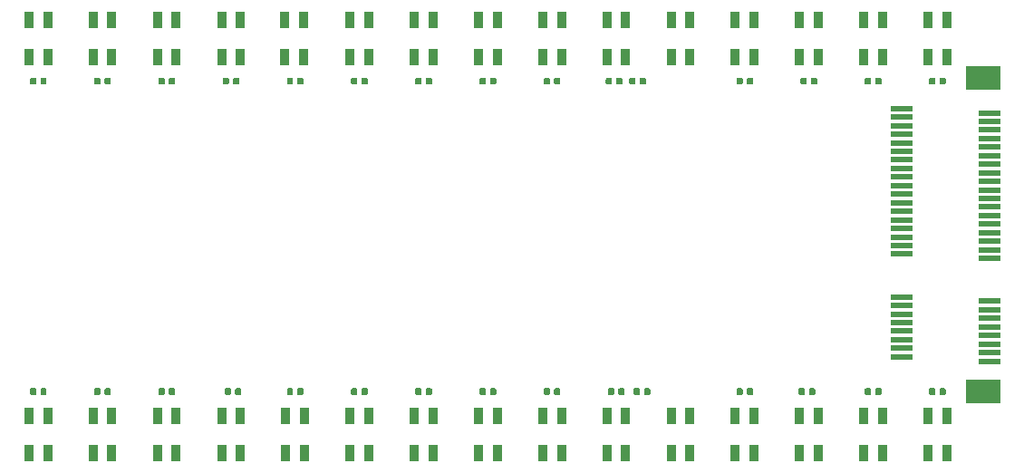
<source format=gbr>
G04 #@! TF.GenerationSoftware,KiCad,Pcbnew,5.1.2-f72e74a~84~ubuntu18.04.1*
G04 #@! TF.CreationDate,2019-08-10T16:00:54+02:00*
G04 #@! TF.ProjectId,roboy_2.0_forarm_shield,726f626f-795f-4322-9e30-5f666f726172,rev?*
G04 #@! TF.SameCoordinates,Original*
G04 #@! TF.FileFunction,Paste,Top*
G04 #@! TF.FilePolarity,Positive*
%FSLAX46Y46*%
G04 Gerber Fmt 4.6, Leading zero omitted, Abs format (unit mm)*
G04 Created by KiCad (PCBNEW 5.1.2-f72e74a~84~ubuntu18.04.1) date 2019-08-10 16:00:54*
%MOMM*%
%LPD*%
G04 APERTURE LIST*
%ADD10R,3.200000X2.300000*%
%ADD11R,2.000000X0.600000*%
%ADD12C,0.100000*%
%ADD13C,0.590000*%
%ADD14R,0.850000X1.600000*%
G04 APERTURE END LIST*
D10*
X179250000Y-102000000D03*
X179250000Y-72700000D03*
D11*
X179850000Y-99150000D03*
X171650000Y-98750000D03*
X179850000Y-98350000D03*
X171650000Y-97950000D03*
X179850000Y-97550000D03*
X171650000Y-97150000D03*
X179850000Y-96750000D03*
X171650000Y-96350000D03*
X179850000Y-95950000D03*
X171650000Y-95550000D03*
X179850000Y-95150000D03*
X171650000Y-94750000D03*
X179850000Y-94350000D03*
X171650000Y-93950000D03*
X179850000Y-93550000D03*
X171650000Y-93150000D03*
X179850000Y-89550000D03*
X171650000Y-89150000D03*
X179850000Y-88750000D03*
X171650000Y-88350000D03*
X179850000Y-87950000D03*
X171650000Y-87550000D03*
X179850000Y-87150000D03*
X171650000Y-86750000D03*
X179850000Y-86350000D03*
X171650000Y-85950000D03*
X179850000Y-85550000D03*
X171650000Y-85150000D03*
X179850000Y-84750000D03*
X171650000Y-84350000D03*
X179850000Y-83950000D03*
X171650000Y-83550000D03*
X179850000Y-83150000D03*
X171650000Y-82750000D03*
X179850000Y-82350000D03*
X171650000Y-81950000D03*
X179850000Y-81550000D03*
X171650000Y-81150000D03*
X179850000Y-80750000D03*
X171650000Y-80350000D03*
X179850000Y-79950000D03*
X171650000Y-79550000D03*
X179850000Y-79150000D03*
X171650000Y-78750000D03*
X179850000Y-78350000D03*
X171650000Y-77950000D03*
X179850000Y-77550000D03*
X171650000Y-77150000D03*
X179850000Y-76750000D03*
X171650000Y-76350000D03*
X179850000Y-75950000D03*
X171650000Y-75550000D03*
D12*
G36*
X121646958Y-101680710D02*
G01*
X121661276Y-101682834D01*
X121675317Y-101686351D01*
X121688946Y-101691228D01*
X121702031Y-101697417D01*
X121714447Y-101704858D01*
X121726073Y-101713481D01*
X121736798Y-101723202D01*
X121746519Y-101733927D01*
X121755142Y-101745553D01*
X121762583Y-101757969D01*
X121768772Y-101771054D01*
X121773649Y-101784683D01*
X121777166Y-101798724D01*
X121779290Y-101813042D01*
X121780000Y-101827500D01*
X121780000Y-102172500D01*
X121779290Y-102186958D01*
X121777166Y-102201276D01*
X121773649Y-102215317D01*
X121768772Y-102228946D01*
X121762583Y-102242031D01*
X121755142Y-102254447D01*
X121746519Y-102266073D01*
X121736798Y-102276798D01*
X121726073Y-102286519D01*
X121714447Y-102295142D01*
X121702031Y-102302583D01*
X121688946Y-102308772D01*
X121675317Y-102313649D01*
X121661276Y-102317166D01*
X121646958Y-102319290D01*
X121632500Y-102320000D01*
X121337500Y-102320000D01*
X121323042Y-102319290D01*
X121308724Y-102317166D01*
X121294683Y-102313649D01*
X121281054Y-102308772D01*
X121267969Y-102302583D01*
X121255553Y-102295142D01*
X121243927Y-102286519D01*
X121233202Y-102276798D01*
X121223481Y-102266073D01*
X121214858Y-102254447D01*
X121207417Y-102242031D01*
X121201228Y-102228946D01*
X121196351Y-102215317D01*
X121192834Y-102201276D01*
X121190710Y-102186958D01*
X121190000Y-102172500D01*
X121190000Y-101827500D01*
X121190710Y-101813042D01*
X121192834Y-101798724D01*
X121196351Y-101784683D01*
X121201228Y-101771054D01*
X121207417Y-101757969D01*
X121214858Y-101745553D01*
X121223481Y-101733927D01*
X121233202Y-101723202D01*
X121243927Y-101713481D01*
X121255553Y-101704858D01*
X121267969Y-101697417D01*
X121281054Y-101691228D01*
X121294683Y-101686351D01*
X121308724Y-101682834D01*
X121323042Y-101680710D01*
X121337500Y-101680000D01*
X121632500Y-101680000D01*
X121646958Y-101680710D01*
X121646958Y-101680710D01*
G37*
D13*
X121485000Y-102000000D03*
D12*
G36*
X120676958Y-101680710D02*
G01*
X120691276Y-101682834D01*
X120705317Y-101686351D01*
X120718946Y-101691228D01*
X120732031Y-101697417D01*
X120744447Y-101704858D01*
X120756073Y-101713481D01*
X120766798Y-101723202D01*
X120776519Y-101733927D01*
X120785142Y-101745553D01*
X120792583Y-101757969D01*
X120798772Y-101771054D01*
X120803649Y-101784683D01*
X120807166Y-101798724D01*
X120809290Y-101813042D01*
X120810000Y-101827500D01*
X120810000Y-102172500D01*
X120809290Y-102186958D01*
X120807166Y-102201276D01*
X120803649Y-102215317D01*
X120798772Y-102228946D01*
X120792583Y-102242031D01*
X120785142Y-102254447D01*
X120776519Y-102266073D01*
X120766798Y-102276798D01*
X120756073Y-102286519D01*
X120744447Y-102295142D01*
X120732031Y-102302583D01*
X120718946Y-102308772D01*
X120705317Y-102313649D01*
X120691276Y-102317166D01*
X120676958Y-102319290D01*
X120662500Y-102320000D01*
X120367500Y-102320000D01*
X120353042Y-102319290D01*
X120338724Y-102317166D01*
X120324683Y-102313649D01*
X120311054Y-102308772D01*
X120297969Y-102302583D01*
X120285553Y-102295142D01*
X120273927Y-102286519D01*
X120263202Y-102276798D01*
X120253481Y-102266073D01*
X120244858Y-102254447D01*
X120237417Y-102242031D01*
X120231228Y-102228946D01*
X120226351Y-102215317D01*
X120222834Y-102201276D01*
X120220710Y-102186958D01*
X120220000Y-102172500D01*
X120220000Y-101827500D01*
X120220710Y-101813042D01*
X120222834Y-101798724D01*
X120226351Y-101784683D01*
X120231228Y-101771054D01*
X120237417Y-101757969D01*
X120244858Y-101745553D01*
X120253481Y-101733927D01*
X120263202Y-101723202D01*
X120273927Y-101713481D01*
X120285553Y-101704858D01*
X120297969Y-101697417D01*
X120311054Y-101691228D01*
X120324683Y-101686351D01*
X120338724Y-101682834D01*
X120353042Y-101680710D01*
X120367500Y-101680000D01*
X120662500Y-101680000D01*
X120676958Y-101680710D01*
X120676958Y-101680710D01*
G37*
D13*
X120515000Y-102000000D03*
D12*
G36*
X115646958Y-72680710D02*
G01*
X115661276Y-72682834D01*
X115675317Y-72686351D01*
X115688946Y-72691228D01*
X115702031Y-72697417D01*
X115714447Y-72704858D01*
X115726073Y-72713481D01*
X115736798Y-72723202D01*
X115746519Y-72733927D01*
X115755142Y-72745553D01*
X115762583Y-72757969D01*
X115768772Y-72771054D01*
X115773649Y-72784683D01*
X115777166Y-72798724D01*
X115779290Y-72813042D01*
X115780000Y-72827500D01*
X115780000Y-73172500D01*
X115779290Y-73186958D01*
X115777166Y-73201276D01*
X115773649Y-73215317D01*
X115768772Y-73228946D01*
X115762583Y-73242031D01*
X115755142Y-73254447D01*
X115746519Y-73266073D01*
X115736798Y-73276798D01*
X115726073Y-73286519D01*
X115714447Y-73295142D01*
X115702031Y-73302583D01*
X115688946Y-73308772D01*
X115675317Y-73313649D01*
X115661276Y-73317166D01*
X115646958Y-73319290D01*
X115632500Y-73320000D01*
X115337500Y-73320000D01*
X115323042Y-73319290D01*
X115308724Y-73317166D01*
X115294683Y-73313649D01*
X115281054Y-73308772D01*
X115267969Y-73302583D01*
X115255553Y-73295142D01*
X115243927Y-73286519D01*
X115233202Y-73276798D01*
X115223481Y-73266073D01*
X115214858Y-73254447D01*
X115207417Y-73242031D01*
X115201228Y-73228946D01*
X115196351Y-73215317D01*
X115192834Y-73201276D01*
X115190710Y-73186958D01*
X115190000Y-73172500D01*
X115190000Y-72827500D01*
X115190710Y-72813042D01*
X115192834Y-72798724D01*
X115196351Y-72784683D01*
X115201228Y-72771054D01*
X115207417Y-72757969D01*
X115214858Y-72745553D01*
X115223481Y-72733927D01*
X115233202Y-72723202D01*
X115243927Y-72713481D01*
X115255553Y-72704858D01*
X115267969Y-72697417D01*
X115281054Y-72691228D01*
X115294683Y-72686351D01*
X115308724Y-72682834D01*
X115323042Y-72680710D01*
X115337500Y-72680000D01*
X115632500Y-72680000D01*
X115646958Y-72680710D01*
X115646958Y-72680710D01*
G37*
D13*
X115485000Y-73000000D03*
D12*
G36*
X114676958Y-72680710D02*
G01*
X114691276Y-72682834D01*
X114705317Y-72686351D01*
X114718946Y-72691228D01*
X114732031Y-72697417D01*
X114744447Y-72704858D01*
X114756073Y-72713481D01*
X114766798Y-72723202D01*
X114776519Y-72733927D01*
X114785142Y-72745553D01*
X114792583Y-72757969D01*
X114798772Y-72771054D01*
X114803649Y-72784683D01*
X114807166Y-72798724D01*
X114809290Y-72813042D01*
X114810000Y-72827500D01*
X114810000Y-73172500D01*
X114809290Y-73186958D01*
X114807166Y-73201276D01*
X114803649Y-73215317D01*
X114798772Y-73228946D01*
X114792583Y-73242031D01*
X114785142Y-73254447D01*
X114776519Y-73266073D01*
X114766798Y-73276798D01*
X114756073Y-73286519D01*
X114744447Y-73295142D01*
X114732031Y-73302583D01*
X114718946Y-73308772D01*
X114705317Y-73313649D01*
X114691276Y-73317166D01*
X114676958Y-73319290D01*
X114662500Y-73320000D01*
X114367500Y-73320000D01*
X114353042Y-73319290D01*
X114338724Y-73317166D01*
X114324683Y-73313649D01*
X114311054Y-73308772D01*
X114297969Y-73302583D01*
X114285553Y-73295142D01*
X114273927Y-73286519D01*
X114263202Y-73276798D01*
X114253481Y-73266073D01*
X114244858Y-73254447D01*
X114237417Y-73242031D01*
X114231228Y-73228946D01*
X114226351Y-73215317D01*
X114222834Y-73201276D01*
X114220710Y-73186958D01*
X114220000Y-73172500D01*
X114220000Y-72827500D01*
X114220710Y-72813042D01*
X114222834Y-72798724D01*
X114226351Y-72784683D01*
X114231228Y-72771054D01*
X114237417Y-72757969D01*
X114244858Y-72745553D01*
X114253481Y-72733927D01*
X114263202Y-72723202D01*
X114273927Y-72713481D01*
X114285553Y-72704858D01*
X114297969Y-72697417D01*
X114311054Y-72691228D01*
X114324683Y-72686351D01*
X114338724Y-72682834D01*
X114353042Y-72680710D01*
X114367500Y-72680000D01*
X114662500Y-72680000D01*
X114676958Y-72680710D01*
X114676958Y-72680710D01*
G37*
D13*
X114515000Y-73000000D03*
D12*
G36*
X120676958Y-72680710D02*
G01*
X120691276Y-72682834D01*
X120705317Y-72686351D01*
X120718946Y-72691228D01*
X120732031Y-72697417D01*
X120744447Y-72704858D01*
X120756073Y-72713481D01*
X120766798Y-72723202D01*
X120776519Y-72733927D01*
X120785142Y-72745553D01*
X120792583Y-72757969D01*
X120798772Y-72771054D01*
X120803649Y-72784683D01*
X120807166Y-72798724D01*
X120809290Y-72813042D01*
X120810000Y-72827500D01*
X120810000Y-73172500D01*
X120809290Y-73186958D01*
X120807166Y-73201276D01*
X120803649Y-73215317D01*
X120798772Y-73228946D01*
X120792583Y-73242031D01*
X120785142Y-73254447D01*
X120776519Y-73266073D01*
X120766798Y-73276798D01*
X120756073Y-73286519D01*
X120744447Y-73295142D01*
X120732031Y-73302583D01*
X120718946Y-73308772D01*
X120705317Y-73313649D01*
X120691276Y-73317166D01*
X120676958Y-73319290D01*
X120662500Y-73320000D01*
X120367500Y-73320000D01*
X120353042Y-73319290D01*
X120338724Y-73317166D01*
X120324683Y-73313649D01*
X120311054Y-73308772D01*
X120297969Y-73302583D01*
X120285553Y-73295142D01*
X120273927Y-73286519D01*
X120263202Y-73276798D01*
X120253481Y-73266073D01*
X120244858Y-73254447D01*
X120237417Y-73242031D01*
X120231228Y-73228946D01*
X120226351Y-73215317D01*
X120222834Y-73201276D01*
X120220710Y-73186958D01*
X120220000Y-73172500D01*
X120220000Y-72827500D01*
X120220710Y-72813042D01*
X120222834Y-72798724D01*
X120226351Y-72784683D01*
X120231228Y-72771054D01*
X120237417Y-72757969D01*
X120244858Y-72745553D01*
X120253481Y-72733927D01*
X120263202Y-72723202D01*
X120273927Y-72713481D01*
X120285553Y-72704858D01*
X120297969Y-72697417D01*
X120311054Y-72691228D01*
X120324683Y-72686351D01*
X120338724Y-72682834D01*
X120353042Y-72680710D01*
X120367500Y-72680000D01*
X120662500Y-72680000D01*
X120676958Y-72680710D01*
X120676958Y-72680710D01*
G37*
D13*
X120515000Y-73000000D03*
D12*
G36*
X121646958Y-72680710D02*
G01*
X121661276Y-72682834D01*
X121675317Y-72686351D01*
X121688946Y-72691228D01*
X121702031Y-72697417D01*
X121714447Y-72704858D01*
X121726073Y-72713481D01*
X121736798Y-72723202D01*
X121746519Y-72733927D01*
X121755142Y-72745553D01*
X121762583Y-72757969D01*
X121768772Y-72771054D01*
X121773649Y-72784683D01*
X121777166Y-72798724D01*
X121779290Y-72813042D01*
X121780000Y-72827500D01*
X121780000Y-73172500D01*
X121779290Y-73186958D01*
X121777166Y-73201276D01*
X121773649Y-73215317D01*
X121768772Y-73228946D01*
X121762583Y-73242031D01*
X121755142Y-73254447D01*
X121746519Y-73266073D01*
X121736798Y-73276798D01*
X121726073Y-73286519D01*
X121714447Y-73295142D01*
X121702031Y-73302583D01*
X121688946Y-73308772D01*
X121675317Y-73313649D01*
X121661276Y-73317166D01*
X121646958Y-73319290D01*
X121632500Y-73320000D01*
X121337500Y-73320000D01*
X121323042Y-73319290D01*
X121308724Y-73317166D01*
X121294683Y-73313649D01*
X121281054Y-73308772D01*
X121267969Y-73302583D01*
X121255553Y-73295142D01*
X121243927Y-73286519D01*
X121233202Y-73276798D01*
X121223481Y-73266073D01*
X121214858Y-73254447D01*
X121207417Y-73242031D01*
X121201228Y-73228946D01*
X121196351Y-73215317D01*
X121192834Y-73201276D01*
X121190710Y-73186958D01*
X121190000Y-73172500D01*
X121190000Y-72827500D01*
X121190710Y-72813042D01*
X121192834Y-72798724D01*
X121196351Y-72784683D01*
X121201228Y-72771054D01*
X121207417Y-72757969D01*
X121214858Y-72745553D01*
X121223481Y-72733927D01*
X121233202Y-72723202D01*
X121243927Y-72713481D01*
X121255553Y-72704858D01*
X121267969Y-72697417D01*
X121281054Y-72691228D01*
X121294683Y-72686351D01*
X121308724Y-72682834D01*
X121323042Y-72680710D01*
X121337500Y-72680000D01*
X121632500Y-72680000D01*
X121646958Y-72680710D01*
X121646958Y-72680710D01*
G37*
D13*
X121485000Y-73000000D03*
D12*
G36*
X139646958Y-72680710D02*
G01*
X139661276Y-72682834D01*
X139675317Y-72686351D01*
X139688946Y-72691228D01*
X139702031Y-72697417D01*
X139714447Y-72704858D01*
X139726073Y-72713481D01*
X139736798Y-72723202D01*
X139746519Y-72733927D01*
X139755142Y-72745553D01*
X139762583Y-72757969D01*
X139768772Y-72771054D01*
X139773649Y-72784683D01*
X139777166Y-72798724D01*
X139779290Y-72813042D01*
X139780000Y-72827500D01*
X139780000Y-73172500D01*
X139779290Y-73186958D01*
X139777166Y-73201276D01*
X139773649Y-73215317D01*
X139768772Y-73228946D01*
X139762583Y-73242031D01*
X139755142Y-73254447D01*
X139746519Y-73266073D01*
X139736798Y-73276798D01*
X139726073Y-73286519D01*
X139714447Y-73295142D01*
X139702031Y-73302583D01*
X139688946Y-73308772D01*
X139675317Y-73313649D01*
X139661276Y-73317166D01*
X139646958Y-73319290D01*
X139632500Y-73320000D01*
X139337500Y-73320000D01*
X139323042Y-73319290D01*
X139308724Y-73317166D01*
X139294683Y-73313649D01*
X139281054Y-73308772D01*
X139267969Y-73302583D01*
X139255553Y-73295142D01*
X139243927Y-73286519D01*
X139233202Y-73276798D01*
X139223481Y-73266073D01*
X139214858Y-73254447D01*
X139207417Y-73242031D01*
X139201228Y-73228946D01*
X139196351Y-73215317D01*
X139192834Y-73201276D01*
X139190710Y-73186958D01*
X139190000Y-73172500D01*
X139190000Y-72827500D01*
X139190710Y-72813042D01*
X139192834Y-72798724D01*
X139196351Y-72784683D01*
X139201228Y-72771054D01*
X139207417Y-72757969D01*
X139214858Y-72745553D01*
X139223481Y-72733927D01*
X139233202Y-72723202D01*
X139243927Y-72713481D01*
X139255553Y-72704858D01*
X139267969Y-72697417D01*
X139281054Y-72691228D01*
X139294683Y-72686351D01*
X139308724Y-72682834D01*
X139323042Y-72680710D01*
X139337500Y-72680000D01*
X139632500Y-72680000D01*
X139646958Y-72680710D01*
X139646958Y-72680710D01*
G37*
D13*
X139485000Y-73000000D03*
D12*
G36*
X138676958Y-72680710D02*
G01*
X138691276Y-72682834D01*
X138705317Y-72686351D01*
X138718946Y-72691228D01*
X138732031Y-72697417D01*
X138744447Y-72704858D01*
X138756073Y-72713481D01*
X138766798Y-72723202D01*
X138776519Y-72733927D01*
X138785142Y-72745553D01*
X138792583Y-72757969D01*
X138798772Y-72771054D01*
X138803649Y-72784683D01*
X138807166Y-72798724D01*
X138809290Y-72813042D01*
X138810000Y-72827500D01*
X138810000Y-73172500D01*
X138809290Y-73186958D01*
X138807166Y-73201276D01*
X138803649Y-73215317D01*
X138798772Y-73228946D01*
X138792583Y-73242031D01*
X138785142Y-73254447D01*
X138776519Y-73266073D01*
X138766798Y-73276798D01*
X138756073Y-73286519D01*
X138744447Y-73295142D01*
X138732031Y-73302583D01*
X138718946Y-73308772D01*
X138705317Y-73313649D01*
X138691276Y-73317166D01*
X138676958Y-73319290D01*
X138662500Y-73320000D01*
X138367500Y-73320000D01*
X138353042Y-73319290D01*
X138338724Y-73317166D01*
X138324683Y-73313649D01*
X138311054Y-73308772D01*
X138297969Y-73302583D01*
X138285553Y-73295142D01*
X138273927Y-73286519D01*
X138263202Y-73276798D01*
X138253481Y-73266073D01*
X138244858Y-73254447D01*
X138237417Y-73242031D01*
X138231228Y-73228946D01*
X138226351Y-73215317D01*
X138222834Y-73201276D01*
X138220710Y-73186958D01*
X138220000Y-73172500D01*
X138220000Y-72827500D01*
X138220710Y-72813042D01*
X138222834Y-72798724D01*
X138226351Y-72784683D01*
X138231228Y-72771054D01*
X138237417Y-72757969D01*
X138244858Y-72745553D01*
X138253481Y-72733927D01*
X138263202Y-72723202D01*
X138273927Y-72713481D01*
X138285553Y-72704858D01*
X138297969Y-72697417D01*
X138311054Y-72691228D01*
X138324683Y-72686351D01*
X138338724Y-72682834D01*
X138353042Y-72680710D01*
X138367500Y-72680000D01*
X138662500Y-72680000D01*
X138676958Y-72680710D01*
X138676958Y-72680710D01*
G37*
D13*
X138515000Y-73000000D03*
D12*
G36*
X156676958Y-72680710D02*
G01*
X156691276Y-72682834D01*
X156705317Y-72686351D01*
X156718946Y-72691228D01*
X156732031Y-72697417D01*
X156744447Y-72704858D01*
X156756073Y-72713481D01*
X156766798Y-72723202D01*
X156776519Y-72733927D01*
X156785142Y-72745553D01*
X156792583Y-72757969D01*
X156798772Y-72771054D01*
X156803649Y-72784683D01*
X156807166Y-72798724D01*
X156809290Y-72813042D01*
X156810000Y-72827500D01*
X156810000Y-73172500D01*
X156809290Y-73186958D01*
X156807166Y-73201276D01*
X156803649Y-73215317D01*
X156798772Y-73228946D01*
X156792583Y-73242031D01*
X156785142Y-73254447D01*
X156776519Y-73266073D01*
X156766798Y-73276798D01*
X156756073Y-73286519D01*
X156744447Y-73295142D01*
X156732031Y-73302583D01*
X156718946Y-73308772D01*
X156705317Y-73313649D01*
X156691276Y-73317166D01*
X156676958Y-73319290D01*
X156662500Y-73320000D01*
X156367500Y-73320000D01*
X156353042Y-73319290D01*
X156338724Y-73317166D01*
X156324683Y-73313649D01*
X156311054Y-73308772D01*
X156297969Y-73302583D01*
X156285553Y-73295142D01*
X156273927Y-73286519D01*
X156263202Y-73276798D01*
X156253481Y-73266073D01*
X156244858Y-73254447D01*
X156237417Y-73242031D01*
X156231228Y-73228946D01*
X156226351Y-73215317D01*
X156222834Y-73201276D01*
X156220710Y-73186958D01*
X156220000Y-73172500D01*
X156220000Y-72827500D01*
X156220710Y-72813042D01*
X156222834Y-72798724D01*
X156226351Y-72784683D01*
X156231228Y-72771054D01*
X156237417Y-72757969D01*
X156244858Y-72745553D01*
X156253481Y-72733927D01*
X156263202Y-72723202D01*
X156273927Y-72713481D01*
X156285553Y-72704858D01*
X156297969Y-72697417D01*
X156311054Y-72691228D01*
X156324683Y-72686351D01*
X156338724Y-72682834D01*
X156353042Y-72680710D01*
X156367500Y-72680000D01*
X156662500Y-72680000D01*
X156676958Y-72680710D01*
X156676958Y-72680710D01*
G37*
D13*
X156515000Y-73000000D03*
D12*
G36*
X157646958Y-72680710D02*
G01*
X157661276Y-72682834D01*
X157675317Y-72686351D01*
X157688946Y-72691228D01*
X157702031Y-72697417D01*
X157714447Y-72704858D01*
X157726073Y-72713481D01*
X157736798Y-72723202D01*
X157746519Y-72733927D01*
X157755142Y-72745553D01*
X157762583Y-72757969D01*
X157768772Y-72771054D01*
X157773649Y-72784683D01*
X157777166Y-72798724D01*
X157779290Y-72813042D01*
X157780000Y-72827500D01*
X157780000Y-73172500D01*
X157779290Y-73186958D01*
X157777166Y-73201276D01*
X157773649Y-73215317D01*
X157768772Y-73228946D01*
X157762583Y-73242031D01*
X157755142Y-73254447D01*
X157746519Y-73266073D01*
X157736798Y-73276798D01*
X157726073Y-73286519D01*
X157714447Y-73295142D01*
X157702031Y-73302583D01*
X157688946Y-73308772D01*
X157675317Y-73313649D01*
X157661276Y-73317166D01*
X157646958Y-73319290D01*
X157632500Y-73320000D01*
X157337500Y-73320000D01*
X157323042Y-73319290D01*
X157308724Y-73317166D01*
X157294683Y-73313649D01*
X157281054Y-73308772D01*
X157267969Y-73302583D01*
X157255553Y-73295142D01*
X157243927Y-73286519D01*
X157233202Y-73276798D01*
X157223481Y-73266073D01*
X157214858Y-73254447D01*
X157207417Y-73242031D01*
X157201228Y-73228946D01*
X157196351Y-73215317D01*
X157192834Y-73201276D01*
X157190710Y-73186958D01*
X157190000Y-73172500D01*
X157190000Y-72827500D01*
X157190710Y-72813042D01*
X157192834Y-72798724D01*
X157196351Y-72784683D01*
X157201228Y-72771054D01*
X157207417Y-72757969D01*
X157214858Y-72745553D01*
X157223481Y-72733927D01*
X157233202Y-72723202D01*
X157243927Y-72713481D01*
X157255553Y-72704858D01*
X157267969Y-72697417D01*
X157281054Y-72691228D01*
X157294683Y-72686351D01*
X157308724Y-72682834D01*
X157323042Y-72680710D01*
X157337500Y-72680000D01*
X157632500Y-72680000D01*
X157646958Y-72680710D01*
X157646958Y-72680710D01*
G37*
D13*
X157485000Y-73000000D03*
D12*
G36*
X133646958Y-72680710D02*
G01*
X133661276Y-72682834D01*
X133675317Y-72686351D01*
X133688946Y-72691228D01*
X133702031Y-72697417D01*
X133714447Y-72704858D01*
X133726073Y-72713481D01*
X133736798Y-72723202D01*
X133746519Y-72733927D01*
X133755142Y-72745553D01*
X133762583Y-72757969D01*
X133768772Y-72771054D01*
X133773649Y-72784683D01*
X133777166Y-72798724D01*
X133779290Y-72813042D01*
X133780000Y-72827500D01*
X133780000Y-73172500D01*
X133779290Y-73186958D01*
X133777166Y-73201276D01*
X133773649Y-73215317D01*
X133768772Y-73228946D01*
X133762583Y-73242031D01*
X133755142Y-73254447D01*
X133746519Y-73266073D01*
X133736798Y-73276798D01*
X133726073Y-73286519D01*
X133714447Y-73295142D01*
X133702031Y-73302583D01*
X133688946Y-73308772D01*
X133675317Y-73313649D01*
X133661276Y-73317166D01*
X133646958Y-73319290D01*
X133632500Y-73320000D01*
X133337500Y-73320000D01*
X133323042Y-73319290D01*
X133308724Y-73317166D01*
X133294683Y-73313649D01*
X133281054Y-73308772D01*
X133267969Y-73302583D01*
X133255553Y-73295142D01*
X133243927Y-73286519D01*
X133233202Y-73276798D01*
X133223481Y-73266073D01*
X133214858Y-73254447D01*
X133207417Y-73242031D01*
X133201228Y-73228946D01*
X133196351Y-73215317D01*
X133192834Y-73201276D01*
X133190710Y-73186958D01*
X133190000Y-73172500D01*
X133190000Y-72827500D01*
X133190710Y-72813042D01*
X133192834Y-72798724D01*
X133196351Y-72784683D01*
X133201228Y-72771054D01*
X133207417Y-72757969D01*
X133214858Y-72745553D01*
X133223481Y-72733927D01*
X133233202Y-72723202D01*
X133243927Y-72713481D01*
X133255553Y-72704858D01*
X133267969Y-72697417D01*
X133281054Y-72691228D01*
X133294683Y-72686351D01*
X133308724Y-72682834D01*
X133323042Y-72680710D01*
X133337500Y-72680000D01*
X133632500Y-72680000D01*
X133646958Y-72680710D01*
X133646958Y-72680710D01*
G37*
D13*
X133485000Y-73000000D03*
D12*
G36*
X132676958Y-72680710D02*
G01*
X132691276Y-72682834D01*
X132705317Y-72686351D01*
X132718946Y-72691228D01*
X132732031Y-72697417D01*
X132744447Y-72704858D01*
X132756073Y-72713481D01*
X132766798Y-72723202D01*
X132776519Y-72733927D01*
X132785142Y-72745553D01*
X132792583Y-72757969D01*
X132798772Y-72771054D01*
X132803649Y-72784683D01*
X132807166Y-72798724D01*
X132809290Y-72813042D01*
X132810000Y-72827500D01*
X132810000Y-73172500D01*
X132809290Y-73186958D01*
X132807166Y-73201276D01*
X132803649Y-73215317D01*
X132798772Y-73228946D01*
X132792583Y-73242031D01*
X132785142Y-73254447D01*
X132776519Y-73266073D01*
X132766798Y-73276798D01*
X132756073Y-73286519D01*
X132744447Y-73295142D01*
X132732031Y-73302583D01*
X132718946Y-73308772D01*
X132705317Y-73313649D01*
X132691276Y-73317166D01*
X132676958Y-73319290D01*
X132662500Y-73320000D01*
X132367500Y-73320000D01*
X132353042Y-73319290D01*
X132338724Y-73317166D01*
X132324683Y-73313649D01*
X132311054Y-73308772D01*
X132297969Y-73302583D01*
X132285553Y-73295142D01*
X132273927Y-73286519D01*
X132263202Y-73276798D01*
X132253481Y-73266073D01*
X132244858Y-73254447D01*
X132237417Y-73242031D01*
X132231228Y-73228946D01*
X132226351Y-73215317D01*
X132222834Y-73201276D01*
X132220710Y-73186958D01*
X132220000Y-73172500D01*
X132220000Y-72827500D01*
X132220710Y-72813042D01*
X132222834Y-72798724D01*
X132226351Y-72784683D01*
X132231228Y-72771054D01*
X132237417Y-72757969D01*
X132244858Y-72745553D01*
X132253481Y-72733927D01*
X132263202Y-72723202D01*
X132273927Y-72713481D01*
X132285553Y-72704858D01*
X132297969Y-72697417D01*
X132311054Y-72691228D01*
X132324683Y-72686351D01*
X132338724Y-72682834D01*
X132353042Y-72680710D01*
X132367500Y-72680000D01*
X132662500Y-72680000D01*
X132676958Y-72680710D01*
X132676958Y-72680710D01*
G37*
D13*
X132515000Y-73000000D03*
D12*
G36*
X162676958Y-72680710D02*
G01*
X162691276Y-72682834D01*
X162705317Y-72686351D01*
X162718946Y-72691228D01*
X162732031Y-72697417D01*
X162744447Y-72704858D01*
X162756073Y-72713481D01*
X162766798Y-72723202D01*
X162776519Y-72733927D01*
X162785142Y-72745553D01*
X162792583Y-72757969D01*
X162798772Y-72771054D01*
X162803649Y-72784683D01*
X162807166Y-72798724D01*
X162809290Y-72813042D01*
X162810000Y-72827500D01*
X162810000Y-73172500D01*
X162809290Y-73186958D01*
X162807166Y-73201276D01*
X162803649Y-73215317D01*
X162798772Y-73228946D01*
X162792583Y-73242031D01*
X162785142Y-73254447D01*
X162776519Y-73266073D01*
X162766798Y-73276798D01*
X162756073Y-73286519D01*
X162744447Y-73295142D01*
X162732031Y-73302583D01*
X162718946Y-73308772D01*
X162705317Y-73313649D01*
X162691276Y-73317166D01*
X162676958Y-73319290D01*
X162662500Y-73320000D01*
X162367500Y-73320000D01*
X162353042Y-73319290D01*
X162338724Y-73317166D01*
X162324683Y-73313649D01*
X162311054Y-73308772D01*
X162297969Y-73302583D01*
X162285553Y-73295142D01*
X162273927Y-73286519D01*
X162263202Y-73276798D01*
X162253481Y-73266073D01*
X162244858Y-73254447D01*
X162237417Y-73242031D01*
X162231228Y-73228946D01*
X162226351Y-73215317D01*
X162222834Y-73201276D01*
X162220710Y-73186958D01*
X162220000Y-73172500D01*
X162220000Y-72827500D01*
X162220710Y-72813042D01*
X162222834Y-72798724D01*
X162226351Y-72784683D01*
X162231228Y-72771054D01*
X162237417Y-72757969D01*
X162244858Y-72745553D01*
X162253481Y-72733927D01*
X162263202Y-72723202D01*
X162273927Y-72713481D01*
X162285553Y-72704858D01*
X162297969Y-72697417D01*
X162311054Y-72691228D01*
X162324683Y-72686351D01*
X162338724Y-72682834D01*
X162353042Y-72680710D01*
X162367500Y-72680000D01*
X162662500Y-72680000D01*
X162676958Y-72680710D01*
X162676958Y-72680710D01*
G37*
D13*
X162515000Y-73000000D03*
D12*
G36*
X163646958Y-72680710D02*
G01*
X163661276Y-72682834D01*
X163675317Y-72686351D01*
X163688946Y-72691228D01*
X163702031Y-72697417D01*
X163714447Y-72704858D01*
X163726073Y-72713481D01*
X163736798Y-72723202D01*
X163746519Y-72733927D01*
X163755142Y-72745553D01*
X163762583Y-72757969D01*
X163768772Y-72771054D01*
X163773649Y-72784683D01*
X163777166Y-72798724D01*
X163779290Y-72813042D01*
X163780000Y-72827500D01*
X163780000Y-73172500D01*
X163779290Y-73186958D01*
X163777166Y-73201276D01*
X163773649Y-73215317D01*
X163768772Y-73228946D01*
X163762583Y-73242031D01*
X163755142Y-73254447D01*
X163746519Y-73266073D01*
X163736798Y-73276798D01*
X163726073Y-73286519D01*
X163714447Y-73295142D01*
X163702031Y-73302583D01*
X163688946Y-73308772D01*
X163675317Y-73313649D01*
X163661276Y-73317166D01*
X163646958Y-73319290D01*
X163632500Y-73320000D01*
X163337500Y-73320000D01*
X163323042Y-73319290D01*
X163308724Y-73317166D01*
X163294683Y-73313649D01*
X163281054Y-73308772D01*
X163267969Y-73302583D01*
X163255553Y-73295142D01*
X163243927Y-73286519D01*
X163233202Y-73276798D01*
X163223481Y-73266073D01*
X163214858Y-73254447D01*
X163207417Y-73242031D01*
X163201228Y-73228946D01*
X163196351Y-73215317D01*
X163192834Y-73201276D01*
X163190710Y-73186958D01*
X163190000Y-73172500D01*
X163190000Y-72827500D01*
X163190710Y-72813042D01*
X163192834Y-72798724D01*
X163196351Y-72784683D01*
X163201228Y-72771054D01*
X163207417Y-72757969D01*
X163214858Y-72745553D01*
X163223481Y-72733927D01*
X163233202Y-72723202D01*
X163243927Y-72713481D01*
X163255553Y-72704858D01*
X163267969Y-72697417D01*
X163281054Y-72691228D01*
X163294683Y-72686351D01*
X163308724Y-72682834D01*
X163323042Y-72680710D01*
X163337500Y-72680000D01*
X163632500Y-72680000D01*
X163646958Y-72680710D01*
X163646958Y-72680710D01*
G37*
D13*
X163485000Y-73000000D03*
D12*
G36*
X145446958Y-72680710D02*
G01*
X145461276Y-72682834D01*
X145475317Y-72686351D01*
X145488946Y-72691228D01*
X145502031Y-72697417D01*
X145514447Y-72704858D01*
X145526073Y-72713481D01*
X145536798Y-72723202D01*
X145546519Y-72733927D01*
X145555142Y-72745553D01*
X145562583Y-72757969D01*
X145568772Y-72771054D01*
X145573649Y-72784683D01*
X145577166Y-72798724D01*
X145579290Y-72813042D01*
X145580000Y-72827500D01*
X145580000Y-73172500D01*
X145579290Y-73186958D01*
X145577166Y-73201276D01*
X145573649Y-73215317D01*
X145568772Y-73228946D01*
X145562583Y-73242031D01*
X145555142Y-73254447D01*
X145546519Y-73266073D01*
X145536798Y-73276798D01*
X145526073Y-73286519D01*
X145514447Y-73295142D01*
X145502031Y-73302583D01*
X145488946Y-73308772D01*
X145475317Y-73313649D01*
X145461276Y-73317166D01*
X145446958Y-73319290D01*
X145432500Y-73320000D01*
X145137500Y-73320000D01*
X145123042Y-73319290D01*
X145108724Y-73317166D01*
X145094683Y-73313649D01*
X145081054Y-73308772D01*
X145067969Y-73302583D01*
X145055553Y-73295142D01*
X145043927Y-73286519D01*
X145033202Y-73276798D01*
X145023481Y-73266073D01*
X145014858Y-73254447D01*
X145007417Y-73242031D01*
X145001228Y-73228946D01*
X144996351Y-73215317D01*
X144992834Y-73201276D01*
X144990710Y-73186958D01*
X144990000Y-73172500D01*
X144990000Y-72827500D01*
X144990710Y-72813042D01*
X144992834Y-72798724D01*
X144996351Y-72784683D01*
X145001228Y-72771054D01*
X145007417Y-72757969D01*
X145014858Y-72745553D01*
X145023481Y-72733927D01*
X145033202Y-72723202D01*
X145043927Y-72713481D01*
X145055553Y-72704858D01*
X145067969Y-72697417D01*
X145081054Y-72691228D01*
X145094683Y-72686351D01*
X145108724Y-72682834D01*
X145123042Y-72680710D01*
X145137500Y-72680000D01*
X145432500Y-72680000D01*
X145446958Y-72680710D01*
X145446958Y-72680710D01*
G37*
D13*
X145285000Y-73000000D03*
D12*
G36*
X144476958Y-72680710D02*
G01*
X144491276Y-72682834D01*
X144505317Y-72686351D01*
X144518946Y-72691228D01*
X144532031Y-72697417D01*
X144544447Y-72704858D01*
X144556073Y-72713481D01*
X144566798Y-72723202D01*
X144576519Y-72733927D01*
X144585142Y-72745553D01*
X144592583Y-72757969D01*
X144598772Y-72771054D01*
X144603649Y-72784683D01*
X144607166Y-72798724D01*
X144609290Y-72813042D01*
X144610000Y-72827500D01*
X144610000Y-73172500D01*
X144609290Y-73186958D01*
X144607166Y-73201276D01*
X144603649Y-73215317D01*
X144598772Y-73228946D01*
X144592583Y-73242031D01*
X144585142Y-73254447D01*
X144576519Y-73266073D01*
X144566798Y-73276798D01*
X144556073Y-73286519D01*
X144544447Y-73295142D01*
X144532031Y-73302583D01*
X144518946Y-73308772D01*
X144505317Y-73313649D01*
X144491276Y-73317166D01*
X144476958Y-73319290D01*
X144462500Y-73320000D01*
X144167500Y-73320000D01*
X144153042Y-73319290D01*
X144138724Y-73317166D01*
X144124683Y-73313649D01*
X144111054Y-73308772D01*
X144097969Y-73302583D01*
X144085553Y-73295142D01*
X144073927Y-73286519D01*
X144063202Y-73276798D01*
X144053481Y-73266073D01*
X144044858Y-73254447D01*
X144037417Y-73242031D01*
X144031228Y-73228946D01*
X144026351Y-73215317D01*
X144022834Y-73201276D01*
X144020710Y-73186958D01*
X144020000Y-73172500D01*
X144020000Y-72827500D01*
X144020710Y-72813042D01*
X144022834Y-72798724D01*
X144026351Y-72784683D01*
X144031228Y-72771054D01*
X144037417Y-72757969D01*
X144044858Y-72745553D01*
X144053481Y-72733927D01*
X144063202Y-72723202D01*
X144073927Y-72713481D01*
X144085553Y-72704858D01*
X144097969Y-72697417D01*
X144111054Y-72691228D01*
X144124683Y-72686351D01*
X144138724Y-72682834D01*
X144153042Y-72680710D01*
X144167500Y-72680000D01*
X144462500Y-72680000D01*
X144476958Y-72680710D01*
X144476958Y-72680710D01*
G37*
D13*
X144315000Y-73000000D03*
D12*
G36*
X148046958Y-101680710D02*
G01*
X148061276Y-101682834D01*
X148075317Y-101686351D01*
X148088946Y-101691228D01*
X148102031Y-101697417D01*
X148114447Y-101704858D01*
X148126073Y-101713481D01*
X148136798Y-101723202D01*
X148146519Y-101733927D01*
X148155142Y-101745553D01*
X148162583Y-101757969D01*
X148168772Y-101771054D01*
X148173649Y-101784683D01*
X148177166Y-101798724D01*
X148179290Y-101813042D01*
X148180000Y-101827500D01*
X148180000Y-102172500D01*
X148179290Y-102186958D01*
X148177166Y-102201276D01*
X148173649Y-102215317D01*
X148168772Y-102228946D01*
X148162583Y-102242031D01*
X148155142Y-102254447D01*
X148146519Y-102266073D01*
X148136798Y-102276798D01*
X148126073Y-102286519D01*
X148114447Y-102295142D01*
X148102031Y-102302583D01*
X148088946Y-102308772D01*
X148075317Y-102313649D01*
X148061276Y-102317166D01*
X148046958Y-102319290D01*
X148032500Y-102320000D01*
X147737500Y-102320000D01*
X147723042Y-102319290D01*
X147708724Y-102317166D01*
X147694683Y-102313649D01*
X147681054Y-102308772D01*
X147667969Y-102302583D01*
X147655553Y-102295142D01*
X147643927Y-102286519D01*
X147633202Y-102276798D01*
X147623481Y-102266073D01*
X147614858Y-102254447D01*
X147607417Y-102242031D01*
X147601228Y-102228946D01*
X147596351Y-102215317D01*
X147592834Y-102201276D01*
X147590710Y-102186958D01*
X147590000Y-102172500D01*
X147590000Y-101827500D01*
X147590710Y-101813042D01*
X147592834Y-101798724D01*
X147596351Y-101784683D01*
X147601228Y-101771054D01*
X147607417Y-101757969D01*
X147614858Y-101745553D01*
X147623481Y-101733927D01*
X147633202Y-101723202D01*
X147643927Y-101713481D01*
X147655553Y-101704858D01*
X147667969Y-101697417D01*
X147681054Y-101691228D01*
X147694683Y-101686351D01*
X147708724Y-101682834D01*
X147723042Y-101680710D01*
X147737500Y-101680000D01*
X148032500Y-101680000D01*
X148046958Y-101680710D01*
X148046958Y-101680710D01*
G37*
D13*
X147885000Y-102000000D03*
D12*
G36*
X147076958Y-101680710D02*
G01*
X147091276Y-101682834D01*
X147105317Y-101686351D01*
X147118946Y-101691228D01*
X147132031Y-101697417D01*
X147144447Y-101704858D01*
X147156073Y-101713481D01*
X147166798Y-101723202D01*
X147176519Y-101733927D01*
X147185142Y-101745553D01*
X147192583Y-101757969D01*
X147198772Y-101771054D01*
X147203649Y-101784683D01*
X147207166Y-101798724D01*
X147209290Y-101813042D01*
X147210000Y-101827500D01*
X147210000Y-102172500D01*
X147209290Y-102186958D01*
X147207166Y-102201276D01*
X147203649Y-102215317D01*
X147198772Y-102228946D01*
X147192583Y-102242031D01*
X147185142Y-102254447D01*
X147176519Y-102266073D01*
X147166798Y-102276798D01*
X147156073Y-102286519D01*
X147144447Y-102295142D01*
X147132031Y-102302583D01*
X147118946Y-102308772D01*
X147105317Y-102313649D01*
X147091276Y-102317166D01*
X147076958Y-102319290D01*
X147062500Y-102320000D01*
X146767500Y-102320000D01*
X146753042Y-102319290D01*
X146738724Y-102317166D01*
X146724683Y-102313649D01*
X146711054Y-102308772D01*
X146697969Y-102302583D01*
X146685553Y-102295142D01*
X146673927Y-102286519D01*
X146663202Y-102276798D01*
X146653481Y-102266073D01*
X146644858Y-102254447D01*
X146637417Y-102242031D01*
X146631228Y-102228946D01*
X146626351Y-102215317D01*
X146622834Y-102201276D01*
X146620710Y-102186958D01*
X146620000Y-102172500D01*
X146620000Y-101827500D01*
X146620710Y-101813042D01*
X146622834Y-101798724D01*
X146626351Y-101784683D01*
X146631228Y-101771054D01*
X146637417Y-101757969D01*
X146644858Y-101745553D01*
X146653481Y-101733927D01*
X146663202Y-101723202D01*
X146673927Y-101713481D01*
X146685553Y-101704858D01*
X146697969Y-101697417D01*
X146711054Y-101691228D01*
X146724683Y-101686351D01*
X146738724Y-101682834D01*
X146753042Y-101680710D01*
X146767500Y-101680000D01*
X147062500Y-101680000D01*
X147076958Y-101680710D01*
X147076958Y-101680710D01*
G37*
D13*
X146915000Y-102000000D03*
D12*
G36*
X162476958Y-101680710D02*
G01*
X162491276Y-101682834D01*
X162505317Y-101686351D01*
X162518946Y-101691228D01*
X162532031Y-101697417D01*
X162544447Y-101704858D01*
X162556073Y-101713481D01*
X162566798Y-101723202D01*
X162576519Y-101733927D01*
X162585142Y-101745553D01*
X162592583Y-101757969D01*
X162598772Y-101771054D01*
X162603649Y-101784683D01*
X162607166Y-101798724D01*
X162609290Y-101813042D01*
X162610000Y-101827500D01*
X162610000Y-102172500D01*
X162609290Y-102186958D01*
X162607166Y-102201276D01*
X162603649Y-102215317D01*
X162598772Y-102228946D01*
X162592583Y-102242031D01*
X162585142Y-102254447D01*
X162576519Y-102266073D01*
X162566798Y-102276798D01*
X162556073Y-102286519D01*
X162544447Y-102295142D01*
X162532031Y-102302583D01*
X162518946Y-102308772D01*
X162505317Y-102313649D01*
X162491276Y-102317166D01*
X162476958Y-102319290D01*
X162462500Y-102320000D01*
X162167500Y-102320000D01*
X162153042Y-102319290D01*
X162138724Y-102317166D01*
X162124683Y-102313649D01*
X162111054Y-102308772D01*
X162097969Y-102302583D01*
X162085553Y-102295142D01*
X162073927Y-102286519D01*
X162063202Y-102276798D01*
X162053481Y-102266073D01*
X162044858Y-102254447D01*
X162037417Y-102242031D01*
X162031228Y-102228946D01*
X162026351Y-102215317D01*
X162022834Y-102201276D01*
X162020710Y-102186958D01*
X162020000Y-102172500D01*
X162020000Y-101827500D01*
X162020710Y-101813042D01*
X162022834Y-101798724D01*
X162026351Y-101784683D01*
X162031228Y-101771054D01*
X162037417Y-101757969D01*
X162044858Y-101745553D01*
X162053481Y-101733927D01*
X162063202Y-101723202D01*
X162073927Y-101713481D01*
X162085553Y-101704858D01*
X162097969Y-101697417D01*
X162111054Y-101691228D01*
X162124683Y-101686351D01*
X162138724Y-101682834D01*
X162153042Y-101680710D01*
X162167500Y-101680000D01*
X162462500Y-101680000D01*
X162476958Y-101680710D01*
X162476958Y-101680710D01*
G37*
D13*
X162315000Y-102000000D03*
D12*
G36*
X163446958Y-101680710D02*
G01*
X163461276Y-101682834D01*
X163475317Y-101686351D01*
X163488946Y-101691228D01*
X163502031Y-101697417D01*
X163514447Y-101704858D01*
X163526073Y-101713481D01*
X163536798Y-101723202D01*
X163546519Y-101733927D01*
X163555142Y-101745553D01*
X163562583Y-101757969D01*
X163568772Y-101771054D01*
X163573649Y-101784683D01*
X163577166Y-101798724D01*
X163579290Y-101813042D01*
X163580000Y-101827500D01*
X163580000Y-102172500D01*
X163579290Y-102186958D01*
X163577166Y-102201276D01*
X163573649Y-102215317D01*
X163568772Y-102228946D01*
X163562583Y-102242031D01*
X163555142Y-102254447D01*
X163546519Y-102266073D01*
X163536798Y-102276798D01*
X163526073Y-102286519D01*
X163514447Y-102295142D01*
X163502031Y-102302583D01*
X163488946Y-102308772D01*
X163475317Y-102313649D01*
X163461276Y-102317166D01*
X163446958Y-102319290D01*
X163432500Y-102320000D01*
X163137500Y-102320000D01*
X163123042Y-102319290D01*
X163108724Y-102317166D01*
X163094683Y-102313649D01*
X163081054Y-102308772D01*
X163067969Y-102302583D01*
X163055553Y-102295142D01*
X163043927Y-102286519D01*
X163033202Y-102276798D01*
X163023481Y-102266073D01*
X163014858Y-102254447D01*
X163007417Y-102242031D01*
X163001228Y-102228946D01*
X162996351Y-102215317D01*
X162992834Y-102201276D01*
X162990710Y-102186958D01*
X162990000Y-102172500D01*
X162990000Y-101827500D01*
X162990710Y-101813042D01*
X162992834Y-101798724D01*
X162996351Y-101784683D01*
X163001228Y-101771054D01*
X163007417Y-101757969D01*
X163014858Y-101745553D01*
X163023481Y-101733927D01*
X163033202Y-101723202D01*
X163043927Y-101713481D01*
X163055553Y-101704858D01*
X163067969Y-101697417D01*
X163081054Y-101691228D01*
X163094683Y-101686351D01*
X163108724Y-101682834D01*
X163123042Y-101680710D01*
X163137500Y-101680000D01*
X163432500Y-101680000D01*
X163446958Y-101680710D01*
X163446958Y-101680710D01*
G37*
D13*
X163285000Y-102000000D03*
D12*
G36*
X146676958Y-72680710D02*
G01*
X146691276Y-72682834D01*
X146705317Y-72686351D01*
X146718946Y-72691228D01*
X146732031Y-72697417D01*
X146744447Y-72704858D01*
X146756073Y-72713481D01*
X146766798Y-72723202D01*
X146776519Y-72733927D01*
X146785142Y-72745553D01*
X146792583Y-72757969D01*
X146798772Y-72771054D01*
X146803649Y-72784683D01*
X146807166Y-72798724D01*
X146809290Y-72813042D01*
X146810000Y-72827500D01*
X146810000Y-73172500D01*
X146809290Y-73186958D01*
X146807166Y-73201276D01*
X146803649Y-73215317D01*
X146798772Y-73228946D01*
X146792583Y-73242031D01*
X146785142Y-73254447D01*
X146776519Y-73266073D01*
X146766798Y-73276798D01*
X146756073Y-73286519D01*
X146744447Y-73295142D01*
X146732031Y-73302583D01*
X146718946Y-73308772D01*
X146705317Y-73313649D01*
X146691276Y-73317166D01*
X146676958Y-73319290D01*
X146662500Y-73320000D01*
X146367500Y-73320000D01*
X146353042Y-73319290D01*
X146338724Y-73317166D01*
X146324683Y-73313649D01*
X146311054Y-73308772D01*
X146297969Y-73302583D01*
X146285553Y-73295142D01*
X146273927Y-73286519D01*
X146263202Y-73276798D01*
X146253481Y-73266073D01*
X146244858Y-73254447D01*
X146237417Y-73242031D01*
X146231228Y-73228946D01*
X146226351Y-73215317D01*
X146222834Y-73201276D01*
X146220710Y-73186958D01*
X146220000Y-73172500D01*
X146220000Y-72827500D01*
X146220710Y-72813042D01*
X146222834Y-72798724D01*
X146226351Y-72784683D01*
X146231228Y-72771054D01*
X146237417Y-72757969D01*
X146244858Y-72745553D01*
X146253481Y-72733927D01*
X146263202Y-72723202D01*
X146273927Y-72713481D01*
X146285553Y-72704858D01*
X146297969Y-72697417D01*
X146311054Y-72691228D01*
X146324683Y-72686351D01*
X146338724Y-72682834D01*
X146353042Y-72680710D01*
X146367500Y-72680000D01*
X146662500Y-72680000D01*
X146676958Y-72680710D01*
X146676958Y-72680710D01*
G37*
D13*
X146515000Y-73000000D03*
D12*
G36*
X147646958Y-72680710D02*
G01*
X147661276Y-72682834D01*
X147675317Y-72686351D01*
X147688946Y-72691228D01*
X147702031Y-72697417D01*
X147714447Y-72704858D01*
X147726073Y-72713481D01*
X147736798Y-72723202D01*
X147746519Y-72733927D01*
X147755142Y-72745553D01*
X147762583Y-72757969D01*
X147768772Y-72771054D01*
X147773649Y-72784683D01*
X147777166Y-72798724D01*
X147779290Y-72813042D01*
X147780000Y-72827500D01*
X147780000Y-73172500D01*
X147779290Y-73186958D01*
X147777166Y-73201276D01*
X147773649Y-73215317D01*
X147768772Y-73228946D01*
X147762583Y-73242031D01*
X147755142Y-73254447D01*
X147746519Y-73266073D01*
X147736798Y-73276798D01*
X147726073Y-73286519D01*
X147714447Y-73295142D01*
X147702031Y-73302583D01*
X147688946Y-73308772D01*
X147675317Y-73313649D01*
X147661276Y-73317166D01*
X147646958Y-73319290D01*
X147632500Y-73320000D01*
X147337500Y-73320000D01*
X147323042Y-73319290D01*
X147308724Y-73317166D01*
X147294683Y-73313649D01*
X147281054Y-73308772D01*
X147267969Y-73302583D01*
X147255553Y-73295142D01*
X147243927Y-73286519D01*
X147233202Y-73276798D01*
X147223481Y-73266073D01*
X147214858Y-73254447D01*
X147207417Y-73242031D01*
X147201228Y-73228946D01*
X147196351Y-73215317D01*
X147192834Y-73201276D01*
X147190710Y-73186958D01*
X147190000Y-73172500D01*
X147190000Y-72827500D01*
X147190710Y-72813042D01*
X147192834Y-72798724D01*
X147196351Y-72784683D01*
X147201228Y-72771054D01*
X147207417Y-72757969D01*
X147214858Y-72745553D01*
X147223481Y-72733927D01*
X147233202Y-72723202D01*
X147243927Y-72713481D01*
X147255553Y-72704858D01*
X147267969Y-72697417D01*
X147281054Y-72691228D01*
X147294683Y-72686351D01*
X147308724Y-72682834D01*
X147323042Y-72680710D01*
X147337500Y-72680000D01*
X147632500Y-72680000D01*
X147646958Y-72680710D01*
X147646958Y-72680710D01*
G37*
D13*
X147485000Y-73000000D03*
D12*
G36*
X175646958Y-72680710D02*
G01*
X175661276Y-72682834D01*
X175675317Y-72686351D01*
X175688946Y-72691228D01*
X175702031Y-72697417D01*
X175714447Y-72704858D01*
X175726073Y-72713481D01*
X175736798Y-72723202D01*
X175746519Y-72733927D01*
X175755142Y-72745553D01*
X175762583Y-72757969D01*
X175768772Y-72771054D01*
X175773649Y-72784683D01*
X175777166Y-72798724D01*
X175779290Y-72813042D01*
X175780000Y-72827500D01*
X175780000Y-73172500D01*
X175779290Y-73186958D01*
X175777166Y-73201276D01*
X175773649Y-73215317D01*
X175768772Y-73228946D01*
X175762583Y-73242031D01*
X175755142Y-73254447D01*
X175746519Y-73266073D01*
X175736798Y-73276798D01*
X175726073Y-73286519D01*
X175714447Y-73295142D01*
X175702031Y-73302583D01*
X175688946Y-73308772D01*
X175675317Y-73313649D01*
X175661276Y-73317166D01*
X175646958Y-73319290D01*
X175632500Y-73320000D01*
X175337500Y-73320000D01*
X175323042Y-73319290D01*
X175308724Y-73317166D01*
X175294683Y-73313649D01*
X175281054Y-73308772D01*
X175267969Y-73302583D01*
X175255553Y-73295142D01*
X175243927Y-73286519D01*
X175233202Y-73276798D01*
X175223481Y-73266073D01*
X175214858Y-73254447D01*
X175207417Y-73242031D01*
X175201228Y-73228946D01*
X175196351Y-73215317D01*
X175192834Y-73201276D01*
X175190710Y-73186958D01*
X175190000Y-73172500D01*
X175190000Y-72827500D01*
X175190710Y-72813042D01*
X175192834Y-72798724D01*
X175196351Y-72784683D01*
X175201228Y-72771054D01*
X175207417Y-72757969D01*
X175214858Y-72745553D01*
X175223481Y-72733927D01*
X175233202Y-72723202D01*
X175243927Y-72713481D01*
X175255553Y-72704858D01*
X175267969Y-72697417D01*
X175281054Y-72691228D01*
X175294683Y-72686351D01*
X175308724Y-72682834D01*
X175323042Y-72680710D01*
X175337500Y-72680000D01*
X175632500Y-72680000D01*
X175646958Y-72680710D01*
X175646958Y-72680710D01*
G37*
D13*
X175485000Y-73000000D03*
D12*
G36*
X174676958Y-72680710D02*
G01*
X174691276Y-72682834D01*
X174705317Y-72686351D01*
X174718946Y-72691228D01*
X174732031Y-72697417D01*
X174744447Y-72704858D01*
X174756073Y-72713481D01*
X174766798Y-72723202D01*
X174776519Y-72733927D01*
X174785142Y-72745553D01*
X174792583Y-72757969D01*
X174798772Y-72771054D01*
X174803649Y-72784683D01*
X174807166Y-72798724D01*
X174809290Y-72813042D01*
X174810000Y-72827500D01*
X174810000Y-73172500D01*
X174809290Y-73186958D01*
X174807166Y-73201276D01*
X174803649Y-73215317D01*
X174798772Y-73228946D01*
X174792583Y-73242031D01*
X174785142Y-73254447D01*
X174776519Y-73266073D01*
X174766798Y-73276798D01*
X174756073Y-73286519D01*
X174744447Y-73295142D01*
X174732031Y-73302583D01*
X174718946Y-73308772D01*
X174705317Y-73313649D01*
X174691276Y-73317166D01*
X174676958Y-73319290D01*
X174662500Y-73320000D01*
X174367500Y-73320000D01*
X174353042Y-73319290D01*
X174338724Y-73317166D01*
X174324683Y-73313649D01*
X174311054Y-73308772D01*
X174297969Y-73302583D01*
X174285553Y-73295142D01*
X174273927Y-73286519D01*
X174263202Y-73276798D01*
X174253481Y-73266073D01*
X174244858Y-73254447D01*
X174237417Y-73242031D01*
X174231228Y-73228946D01*
X174226351Y-73215317D01*
X174222834Y-73201276D01*
X174220710Y-73186958D01*
X174220000Y-73172500D01*
X174220000Y-72827500D01*
X174220710Y-72813042D01*
X174222834Y-72798724D01*
X174226351Y-72784683D01*
X174231228Y-72771054D01*
X174237417Y-72757969D01*
X174244858Y-72745553D01*
X174253481Y-72733927D01*
X174263202Y-72723202D01*
X174273927Y-72713481D01*
X174285553Y-72704858D01*
X174297969Y-72697417D01*
X174311054Y-72691228D01*
X174324683Y-72686351D01*
X174338724Y-72682834D01*
X174353042Y-72680710D01*
X174367500Y-72680000D01*
X174662500Y-72680000D01*
X174676958Y-72680710D01*
X174676958Y-72680710D01*
G37*
D13*
X174515000Y-73000000D03*
D12*
G36*
X168676958Y-72680710D02*
G01*
X168691276Y-72682834D01*
X168705317Y-72686351D01*
X168718946Y-72691228D01*
X168732031Y-72697417D01*
X168744447Y-72704858D01*
X168756073Y-72713481D01*
X168766798Y-72723202D01*
X168776519Y-72733927D01*
X168785142Y-72745553D01*
X168792583Y-72757969D01*
X168798772Y-72771054D01*
X168803649Y-72784683D01*
X168807166Y-72798724D01*
X168809290Y-72813042D01*
X168810000Y-72827500D01*
X168810000Y-73172500D01*
X168809290Y-73186958D01*
X168807166Y-73201276D01*
X168803649Y-73215317D01*
X168798772Y-73228946D01*
X168792583Y-73242031D01*
X168785142Y-73254447D01*
X168776519Y-73266073D01*
X168766798Y-73276798D01*
X168756073Y-73286519D01*
X168744447Y-73295142D01*
X168732031Y-73302583D01*
X168718946Y-73308772D01*
X168705317Y-73313649D01*
X168691276Y-73317166D01*
X168676958Y-73319290D01*
X168662500Y-73320000D01*
X168367500Y-73320000D01*
X168353042Y-73319290D01*
X168338724Y-73317166D01*
X168324683Y-73313649D01*
X168311054Y-73308772D01*
X168297969Y-73302583D01*
X168285553Y-73295142D01*
X168273927Y-73286519D01*
X168263202Y-73276798D01*
X168253481Y-73266073D01*
X168244858Y-73254447D01*
X168237417Y-73242031D01*
X168231228Y-73228946D01*
X168226351Y-73215317D01*
X168222834Y-73201276D01*
X168220710Y-73186958D01*
X168220000Y-73172500D01*
X168220000Y-72827500D01*
X168220710Y-72813042D01*
X168222834Y-72798724D01*
X168226351Y-72784683D01*
X168231228Y-72771054D01*
X168237417Y-72757969D01*
X168244858Y-72745553D01*
X168253481Y-72733927D01*
X168263202Y-72723202D01*
X168273927Y-72713481D01*
X168285553Y-72704858D01*
X168297969Y-72697417D01*
X168311054Y-72691228D01*
X168324683Y-72686351D01*
X168338724Y-72682834D01*
X168353042Y-72680710D01*
X168367500Y-72680000D01*
X168662500Y-72680000D01*
X168676958Y-72680710D01*
X168676958Y-72680710D01*
G37*
D13*
X168515000Y-73000000D03*
D12*
G36*
X169646958Y-72680710D02*
G01*
X169661276Y-72682834D01*
X169675317Y-72686351D01*
X169688946Y-72691228D01*
X169702031Y-72697417D01*
X169714447Y-72704858D01*
X169726073Y-72713481D01*
X169736798Y-72723202D01*
X169746519Y-72733927D01*
X169755142Y-72745553D01*
X169762583Y-72757969D01*
X169768772Y-72771054D01*
X169773649Y-72784683D01*
X169777166Y-72798724D01*
X169779290Y-72813042D01*
X169780000Y-72827500D01*
X169780000Y-73172500D01*
X169779290Y-73186958D01*
X169777166Y-73201276D01*
X169773649Y-73215317D01*
X169768772Y-73228946D01*
X169762583Y-73242031D01*
X169755142Y-73254447D01*
X169746519Y-73266073D01*
X169736798Y-73276798D01*
X169726073Y-73286519D01*
X169714447Y-73295142D01*
X169702031Y-73302583D01*
X169688946Y-73308772D01*
X169675317Y-73313649D01*
X169661276Y-73317166D01*
X169646958Y-73319290D01*
X169632500Y-73320000D01*
X169337500Y-73320000D01*
X169323042Y-73319290D01*
X169308724Y-73317166D01*
X169294683Y-73313649D01*
X169281054Y-73308772D01*
X169267969Y-73302583D01*
X169255553Y-73295142D01*
X169243927Y-73286519D01*
X169233202Y-73276798D01*
X169223481Y-73266073D01*
X169214858Y-73254447D01*
X169207417Y-73242031D01*
X169201228Y-73228946D01*
X169196351Y-73215317D01*
X169192834Y-73201276D01*
X169190710Y-73186958D01*
X169190000Y-73172500D01*
X169190000Y-72827500D01*
X169190710Y-72813042D01*
X169192834Y-72798724D01*
X169196351Y-72784683D01*
X169201228Y-72771054D01*
X169207417Y-72757969D01*
X169214858Y-72745553D01*
X169223481Y-72733927D01*
X169233202Y-72723202D01*
X169243927Y-72713481D01*
X169255553Y-72704858D01*
X169267969Y-72697417D01*
X169281054Y-72691228D01*
X169294683Y-72686351D01*
X169308724Y-72682834D01*
X169323042Y-72680710D01*
X169337500Y-72680000D01*
X169632500Y-72680000D01*
X169646958Y-72680710D01*
X169646958Y-72680710D01*
G37*
D13*
X169485000Y-73000000D03*
D12*
G36*
X156676958Y-101680710D02*
G01*
X156691276Y-101682834D01*
X156705317Y-101686351D01*
X156718946Y-101691228D01*
X156732031Y-101697417D01*
X156744447Y-101704858D01*
X156756073Y-101713481D01*
X156766798Y-101723202D01*
X156776519Y-101733927D01*
X156785142Y-101745553D01*
X156792583Y-101757969D01*
X156798772Y-101771054D01*
X156803649Y-101784683D01*
X156807166Y-101798724D01*
X156809290Y-101813042D01*
X156810000Y-101827500D01*
X156810000Y-102172500D01*
X156809290Y-102186958D01*
X156807166Y-102201276D01*
X156803649Y-102215317D01*
X156798772Y-102228946D01*
X156792583Y-102242031D01*
X156785142Y-102254447D01*
X156776519Y-102266073D01*
X156766798Y-102276798D01*
X156756073Y-102286519D01*
X156744447Y-102295142D01*
X156732031Y-102302583D01*
X156718946Y-102308772D01*
X156705317Y-102313649D01*
X156691276Y-102317166D01*
X156676958Y-102319290D01*
X156662500Y-102320000D01*
X156367500Y-102320000D01*
X156353042Y-102319290D01*
X156338724Y-102317166D01*
X156324683Y-102313649D01*
X156311054Y-102308772D01*
X156297969Y-102302583D01*
X156285553Y-102295142D01*
X156273927Y-102286519D01*
X156263202Y-102276798D01*
X156253481Y-102266073D01*
X156244858Y-102254447D01*
X156237417Y-102242031D01*
X156231228Y-102228946D01*
X156226351Y-102215317D01*
X156222834Y-102201276D01*
X156220710Y-102186958D01*
X156220000Y-102172500D01*
X156220000Y-101827500D01*
X156220710Y-101813042D01*
X156222834Y-101798724D01*
X156226351Y-101784683D01*
X156231228Y-101771054D01*
X156237417Y-101757969D01*
X156244858Y-101745553D01*
X156253481Y-101733927D01*
X156263202Y-101723202D01*
X156273927Y-101713481D01*
X156285553Y-101704858D01*
X156297969Y-101697417D01*
X156311054Y-101691228D01*
X156324683Y-101686351D01*
X156338724Y-101682834D01*
X156353042Y-101680710D01*
X156367500Y-101680000D01*
X156662500Y-101680000D01*
X156676958Y-101680710D01*
X156676958Y-101680710D01*
G37*
D13*
X156515000Y-102000000D03*
D12*
G36*
X157646958Y-101680710D02*
G01*
X157661276Y-101682834D01*
X157675317Y-101686351D01*
X157688946Y-101691228D01*
X157702031Y-101697417D01*
X157714447Y-101704858D01*
X157726073Y-101713481D01*
X157736798Y-101723202D01*
X157746519Y-101733927D01*
X157755142Y-101745553D01*
X157762583Y-101757969D01*
X157768772Y-101771054D01*
X157773649Y-101784683D01*
X157777166Y-101798724D01*
X157779290Y-101813042D01*
X157780000Y-101827500D01*
X157780000Y-102172500D01*
X157779290Y-102186958D01*
X157777166Y-102201276D01*
X157773649Y-102215317D01*
X157768772Y-102228946D01*
X157762583Y-102242031D01*
X157755142Y-102254447D01*
X157746519Y-102266073D01*
X157736798Y-102276798D01*
X157726073Y-102286519D01*
X157714447Y-102295142D01*
X157702031Y-102302583D01*
X157688946Y-102308772D01*
X157675317Y-102313649D01*
X157661276Y-102317166D01*
X157646958Y-102319290D01*
X157632500Y-102320000D01*
X157337500Y-102320000D01*
X157323042Y-102319290D01*
X157308724Y-102317166D01*
X157294683Y-102313649D01*
X157281054Y-102308772D01*
X157267969Y-102302583D01*
X157255553Y-102295142D01*
X157243927Y-102286519D01*
X157233202Y-102276798D01*
X157223481Y-102266073D01*
X157214858Y-102254447D01*
X157207417Y-102242031D01*
X157201228Y-102228946D01*
X157196351Y-102215317D01*
X157192834Y-102201276D01*
X157190710Y-102186958D01*
X157190000Y-102172500D01*
X157190000Y-101827500D01*
X157190710Y-101813042D01*
X157192834Y-101798724D01*
X157196351Y-101784683D01*
X157201228Y-101771054D01*
X157207417Y-101757969D01*
X157214858Y-101745553D01*
X157223481Y-101733927D01*
X157233202Y-101723202D01*
X157243927Y-101713481D01*
X157255553Y-101704858D01*
X157267969Y-101697417D01*
X157281054Y-101691228D01*
X157294683Y-101686351D01*
X157308724Y-101682834D01*
X157323042Y-101680710D01*
X157337500Y-101680000D01*
X157632500Y-101680000D01*
X157646958Y-101680710D01*
X157646958Y-101680710D01*
G37*
D13*
X157485000Y-102000000D03*
D12*
G36*
X145646958Y-101680710D02*
G01*
X145661276Y-101682834D01*
X145675317Y-101686351D01*
X145688946Y-101691228D01*
X145702031Y-101697417D01*
X145714447Y-101704858D01*
X145726073Y-101713481D01*
X145736798Y-101723202D01*
X145746519Y-101733927D01*
X145755142Y-101745553D01*
X145762583Y-101757969D01*
X145768772Y-101771054D01*
X145773649Y-101784683D01*
X145777166Y-101798724D01*
X145779290Y-101813042D01*
X145780000Y-101827500D01*
X145780000Y-102172500D01*
X145779290Y-102186958D01*
X145777166Y-102201276D01*
X145773649Y-102215317D01*
X145768772Y-102228946D01*
X145762583Y-102242031D01*
X145755142Y-102254447D01*
X145746519Y-102266073D01*
X145736798Y-102276798D01*
X145726073Y-102286519D01*
X145714447Y-102295142D01*
X145702031Y-102302583D01*
X145688946Y-102308772D01*
X145675317Y-102313649D01*
X145661276Y-102317166D01*
X145646958Y-102319290D01*
X145632500Y-102320000D01*
X145337500Y-102320000D01*
X145323042Y-102319290D01*
X145308724Y-102317166D01*
X145294683Y-102313649D01*
X145281054Y-102308772D01*
X145267969Y-102302583D01*
X145255553Y-102295142D01*
X145243927Y-102286519D01*
X145233202Y-102276798D01*
X145223481Y-102266073D01*
X145214858Y-102254447D01*
X145207417Y-102242031D01*
X145201228Y-102228946D01*
X145196351Y-102215317D01*
X145192834Y-102201276D01*
X145190710Y-102186958D01*
X145190000Y-102172500D01*
X145190000Y-101827500D01*
X145190710Y-101813042D01*
X145192834Y-101798724D01*
X145196351Y-101784683D01*
X145201228Y-101771054D01*
X145207417Y-101757969D01*
X145214858Y-101745553D01*
X145223481Y-101733927D01*
X145233202Y-101723202D01*
X145243927Y-101713481D01*
X145255553Y-101704858D01*
X145267969Y-101697417D01*
X145281054Y-101691228D01*
X145294683Y-101686351D01*
X145308724Y-101682834D01*
X145323042Y-101680710D01*
X145337500Y-101680000D01*
X145632500Y-101680000D01*
X145646958Y-101680710D01*
X145646958Y-101680710D01*
G37*
D13*
X145485000Y-102000000D03*
D12*
G36*
X144676958Y-101680710D02*
G01*
X144691276Y-101682834D01*
X144705317Y-101686351D01*
X144718946Y-101691228D01*
X144732031Y-101697417D01*
X144744447Y-101704858D01*
X144756073Y-101713481D01*
X144766798Y-101723202D01*
X144776519Y-101733927D01*
X144785142Y-101745553D01*
X144792583Y-101757969D01*
X144798772Y-101771054D01*
X144803649Y-101784683D01*
X144807166Y-101798724D01*
X144809290Y-101813042D01*
X144810000Y-101827500D01*
X144810000Y-102172500D01*
X144809290Y-102186958D01*
X144807166Y-102201276D01*
X144803649Y-102215317D01*
X144798772Y-102228946D01*
X144792583Y-102242031D01*
X144785142Y-102254447D01*
X144776519Y-102266073D01*
X144766798Y-102276798D01*
X144756073Y-102286519D01*
X144744447Y-102295142D01*
X144732031Y-102302583D01*
X144718946Y-102308772D01*
X144705317Y-102313649D01*
X144691276Y-102317166D01*
X144676958Y-102319290D01*
X144662500Y-102320000D01*
X144367500Y-102320000D01*
X144353042Y-102319290D01*
X144338724Y-102317166D01*
X144324683Y-102313649D01*
X144311054Y-102308772D01*
X144297969Y-102302583D01*
X144285553Y-102295142D01*
X144273927Y-102286519D01*
X144263202Y-102276798D01*
X144253481Y-102266073D01*
X144244858Y-102254447D01*
X144237417Y-102242031D01*
X144231228Y-102228946D01*
X144226351Y-102215317D01*
X144222834Y-102201276D01*
X144220710Y-102186958D01*
X144220000Y-102172500D01*
X144220000Y-101827500D01*
X144220710Y-101813042D01*
X144222834Y-101798724D01*
X144226351Y-101784683D01*
X144231228Y-101771054D01*
X144237417Y-101757969D01*
X144244858Y-101745553D01*
X144253481Y-101733927D01*
X144263202Y-101723202D01*
X144273927Y-101713481D01*
X144285553Y-101704858D01*
X144297969Y-101697417D01*
X144311054Y-101691228D01*
X144324683Y-101686351D01*
X144338724Y-101682834D01*
X144353042Y-101680710D01*
X144367500Y-101680000D01*
X144662500Y-101680000D01*
X144676958Y-101680710D01*
X144676958Y-101680710D01*
G37*
D13*
X144515000Y-102000000D03*
D12*
G36*
X127646958Y-72680710D02*
G01*
X127661276Y-72682834D01*
X127675317Y-72686351D01*
X127688946Y-72691228D01*
X127702031Y-72697417D01*
X127714447Y-72704858D01*
X127726073Y-72713481D01*
X127736798Y-72723202D01*
X127746519Y-72733927D01*
X127755142Y-72745553D01*
X127762583Y-72757969D01*
X127768772Y-72771054D01*
X127773649Y-72784683D01*
X127777166Y-72798724D01*
X127779290Y-72813042D01*
X127780000Y-72827500D01*
X127780000Y-73172500D01*
X127779290Y-73186958D01*
X127777166Y-73201276D01*
X127773649Y-73215317D01*
X127768772Y-73228946D01*
X127762583Y-73242031D01*
X127755142Y-73254447D01*
X127746519Y-73266073D01*
X127736798Y-73276798D01*
X127726073Y-73286519D01*
X127714447Y-73295142D01*
X127702031Y-73302583D01*
X127688946Y-73308772D01*
X127675317Y-73313649D01*
X127661276Y-73317166D01*
X127646958Y-73319290D01*
X127632500Y-73320000D01*
X127337500Y-73320000D01*
X127323042Y-73319290D01*
X127308724Y-73317166D01*
X127294683Y-73313649D01*
X127281054Y-73308772D01*
X127267969Y-73302583D01*
X127255553Y-73295142D01*
X127243927Y-73286519D01*
X127233202Y-73276798D01*
X127223481Y-73266073D01*
X127214858Y-73254447D01*
X127207417Y-73242031D01*
X127201228Y-73228946D01*
X127196351Y-73215317D01*
X127192834Y-73201276D01*
X127190710Y-73186958D01*
X127190000Y-73172500D01*
X127190000Y-72827500D01*
X127190710Y-72813042D01*
X127192834Y-72798724D01*
X127196351Y-72784683D01*
X127201228Y-72771054D01*
X127207417Y-72757969D01*
X127214858Y-72745553D01*
X127223481Y-72733927D01*
X127233202Y-72723202D01*
X127243927Y-72713481D01*
X127255553Y-72704858D01*
X127267969Y-72697417D01*
X127281054Y-72691228D01*
X127294683Y-72686351D01*
X127308724Y-72682834D01*
X127323042Y-72680710D01*
X127337500Y-72680000D01*
X127632500Y-72680000D01*
X127646958Y-72680710D01*
X127646958Y-72680710D01*
G37*
D13*
X127485000Y-73000000D03*
D12*
G36*
X126676958Y-72680710D02*
G01*
X126691276Y-72682834D01*
X126705317Y-72686351D01*
X126718946Y-72691228D01*
X126732031Y-72697417D01*
X126744447Y-72704858D01*
X126756073Y-72713481D01*
X126766798Y-72723202D01*
X126776519Y-72733927D01*
X126785142Y-72745553D01*
X126792583Y-72757969D01*
X126798772Y-72771054D01*
X126803649Y-72784683D01*
X126807166Y-72798724D01*
X126809290Y-72813042D01*
X126810000Y-72827500D01*
X126810000Y-73172500D01*
X126809290Y-73186958D01*
X126807166Y-73201276D01*
X126803649Y-73215317D01*
X126798772Y-73228946D01*
X126792583Y-73242031D01*
X126785142Y-73254447D01*
X126776519Y-73266073D01*
X126766798Y-73276798D01*
X126756073Y-73286519D01*
X126744447Y-73295142D01*
X126732031Y-73302583D01*
X126718946Y-73308772D01*
X126705317Y-73313649D01*
X126691276Y-73317166D01*
X126676958Y-73319290D01*
X126662500Y-73320000D01*
X126367500Y-73320000D01*
X126353042Y-73319290D01*
X126338724Y-73317166D01*
X126324683Y-73313649D01*
X126311054Y-73308772D01*
X126297969Y-73302583D01*
X126285553Y-73295142D01*
X126273927Y-73286519D01*
X126263202Y-73276798D01*
X126253481Y-73266073D01*
X126244858Y-73254447D01*
X126237417Y-73242031D01*
X126231228Y-73228946D01*
X126226351Y-73215317D01*
X126222834Y-73201276D01*
X126220710Y-73186958D01*
X126220000Y-73172500D01*
X126220000Y-72827500D01*
X126220710Y-72813042D01*
X126222834Y-72798724D01*
X126226351Y-72784683D01*
X126231228Y-72771054D01*
X126237417Y-72757969D01*
X126244858Y-72745553D01*
X126253481Y-72733927D01*
X126263202Y-72723202D01*
X126273927Y-72713481D01*
X126285553Y-72704858D01*
X126297969Y-72697417D01*
X126311054Y-72691228D01*
X126324683Y-72686351D01*
X126338724Y-72682834D01*
X126353042Y-72680710D01*
X126367500Y-72680000D01*
X126662500Y-72680000D01*
X126676958Y-72680710D01*
X126676958Y-72680710D01*
G37*
D13*
X126515000Y-73000000D03*
D12*
G36*
X139646958Y-101680710D02*
G01*
X139661276Y-101682834D01*
X139675317Y-101686351D01*
X139688946Y-101691228D01*
X139702031Y-101697417D01*
X139714447Y-101704858D01*
X139726073Y-101713481D01*
X139736798Y-101723202D01*
X139746519Y-101733927D01*
X139755142Y-101745553D01*
X139762583Y-101757969D01*
X139768772Y-101771054D01*
X139773649Y-101784683D01*
X139777166Y-101798724D01*
X139779290Y-101813042D01*
X139780000Y-101827500D01*
X139780000Y-102172500D01*
X139779290Y-102186958D01*
X139777166Y-102201276D01*
X139773649Y-102215317D01*
X139768772Y-102228946D01*
X139762583Y-102242031D01*
X139755142Y-102254447D01*
X139746519Y-102266073D01*
X139736798Y-102276798D01*
X139726073Y-102286519D01*
X139714447Y-102295142D01*
X139702031Y-102302583D01*
X139688946Y-102308772D01*
X139675317Y-102313649D01*
X139661276Y-102317166D01*
X139646958Y-102319290D01*
X139632500Y-102320000D01*
X139337500Y-102320000D01*
X139323042Y-102319290D01*
X139308724Y-102317166D01*
X139294683Y-102313649D01*
X139281054Y-102308772D01*
X139267969Y-102302583D01*
X139255553Y-102295142D01*
X139243927Y-102286519D01*
X139233202Y-102276798D01*
X139223481Y-102266073D01*
X139214858Y-102254447D01*
X139207417Y-102242031D01*
X139201228Y-102228946D01*
X139196351Y-102215317D01*
X139192834Y-102201276D01*
X139190710Y-102186958D01*
X139190000Y-102172500D01*
X139190000Y-101827500D01*
X139190710Y-101813042D01*
X139192834Y-101798724D01*
X139196351Y-101784683D01*
X139201228Y-101771054D01*
X139207417Y-101757969D01*
X139214858Y-101745553D01*
X139223481Y-101733927D01*
X139233202Y-101723202D01*
X139243927Y-101713481D01*
X139255553Y-101704858D01*
X139267969Y-101697417D01*
X139281054Y-101691228D01*
X139294683Y-101686351D01*
X139308724Y-101682834D01*
X139323042Y-101680710D01*
X139337500Y-101680000D01*
X139632500Y-101680000D01*
X139646958Y-101680710D01*
X139646958Y-101680710D01*
G37*
D13*
X139485000Y-102000000D03*
D12*
G36*
X138676958Y-101680710D02*
G01*
X138691276Y-101682834D01*
X138705317Y-101686351D01*
X138718946Y-101691228D01*
X138732031Y-101697417D01*
X138744447Y-101704858D01*
X138756073Y-101713481D01*
X138766798Y-101723202D01*
X138776519Y-101733927D01*
X138785142Y-101745553D01*
X138792583Y-101757969D01*
X138798772Y-101771054D01*
X138803649Y-101784683D01*
X138807166Y-101798724D01*
X138809290Y-101813042D01*
X138810000Y-101827500D01*
X138810000Y-102172500D01*
X138809290Y-102186958D01*
X138807166Y-102201276D01*
X138803649Y-102215317D01*
X138798772Y-102228946D01*
X138792583Y-102242031D01*
X138785142Y-102254447D01*
X138776519Y-102266073D01*
X138766798Y-102276798D01*
X138756073Y-102286519D01*
X138744447Y-102295142D01*
X138732031Y-102302583D01*
X138718946Y-102308772D01*
X138705317Y-102313649D01*
X138691276Y-102317166D01*
X138676958Y-102319290D01*
X138662500Y-102320000D01*
X138367500Y-102320000D01*
X138353042Y-102319290D01*
X138338724Y-102317166D01*
X138324683Y-102313649D01*
X138311054Y-102308772D01*
X138297969Y-102302583D01*
X138285553Y-102295142D01*
X138273927Y-102286519D01*
X138263202Y-102276798D01*
X138253481Y-102266073D01*
X138244858Y-102254447D01*
X138237417Y-102242031D01*
X138231228Y-102228946D01*
X138226351Y-102215317D01*
X138222834Y-102201276D01*
X138220710Y-102186958D01*
X138220000Y-102172500D01*
X138220000Y-101827500D01*
X138220710Y-101813042D01*
X138222834Y-101798724D01*
X138226351Y-101784683D01*
X138231228Y-101771054D01*
X138237417Y-101757969D01*
X138244858Y-101745553D01*
X138253481Y-101733927D01*
X138263202Y-101723202D01*
X138273927Y-101713481D01*
X138285553Y-101704858D01*
X138297969Y-101697417D01*
X138311054Y-101691228D01*
X138324683Y-101686351D01*
X138338724Y-101682834D01*
X138353042Y-101680710D01*
X138367500Y-101680000D01*
X138662500Y-101680000D01*
X138676958Y-101680710D01*
X138676958Y-101680710D01*
G37*
D13*
X138515000Y-102000000D03*
D12*
G36*
X109646958Y-72680710D02*
G01*
X109661276Y-72682834D01*
X109675317Y-72686351D01*
X109688946Y-72691228D01*
X109702031Y-72697417D01*
X109714447Y-72704858D01*
X109726073Y-72713481D01*
X109736798Y-72723202D01*
X109746519Y-72733927D01*
X109755142Y-72745553D01*
X109762583Y-72757969D01*
X109768772Y-72771054D01*
X109773649Y-72784683D01*
X109777166Y-72798724D01*
X109779290Y-72813042D01*
X109780000Y-72827500D01*
X109780000Y-73172500D01*
X109779290Y-73186958D01*
X109777166Y-73201276D01*
X109773649Y-73215317D01*
X109768772Y-73228946D01*
X109762583Y-73242031D01*
X109755142Y-73254447D01*
X109746519Y-73266073D01*
X109736798Y-73276798D01*
X109726073Y-73286519D01*
X109714447Y-73295142D01*
X109702031Y-73302583D01*
X109688946Y-73308772D01*
X109675317Y-73313649D01*
X109661276Y-73317166D01*
X109646958Y-73319290D01*
X109632500Y-73320000D01*
X109337500Y-73320000D01*
X109323042Y-73319290D01*
X109308724Y-73317166D01*
X109294683Y-73313649D01*
X109281054Y-73308772D01*
X109267969Y-73302583D01*
X109255553Y-73295142D01*
X109243927Y-73286519D01*
X109233202Y-73276798D01*
X109223481Y-73266073D01*
X109214858Y-73254447D01*
X109207417Y-73242031D01*
X109201228Y-73228946D01*
X109196351Y-73215317D01*
X109192834Y-73201276D01*
X109190710Y-73186958D01*
X109190000Y-73172500D01*
X109190000Y-72827500D01*
X109190710Y-72813042D01*
X109192834Y-72798724D01*
X109196351Y-72784683D01*
X109201228Y-72771054D01*
X109207417Y-72757969D01*
X109214858Y-72745553D01*
X109223481Y-72733927D01*
X109233202Y-72723202D01*
X109243927Y-72713481D01*
X109255553Y-72704858D01*
X109267969Y-72697417D01*
X109281054Y-72691228D01*
X109294683Y-72686351D01*
X109308724Y-72682834D01*
X109323042Y-72680710D01*
X109337500Y-72680000D01*
X109632500Y-72680000D01*
X109646958Y-72680710D01*
X109646958Y-72680710D01*
G37*
D13*
X109485000Y-73000000D03*
D12*
G36*
X108676958Y-72680710D02*
G01*
X108691276Y-72682834D01*
X108705317Y-72686351D01*
X108718946Y-72691228D01*
X108732031Y-72697417D01*
X108744447Y-72704858D01*
X108756073Y-72713481D01*
X108766798Y-72723202D01*
X108776519Y-72733927D01*
X108785142Y-72745553D01*
X108792583Y-72757969D01*
X108798772Y-72771054D01*
X108803649Y-72784683D01*
X108807166Y-72798724D01*
X108809290Y-72813042D01*
X108810000Y-72827500D01*
X108810000Y-73172500D01*
X108809290Y-73186958D01*
X108807166Y-73201276D01*
X108803649Y-73215317D01*
X108798772Y-73228946D01*
X108792583Y-73242031D01*
X108785142Y-73254447D01*
X108776519Y-73266073D01*
X108766798Y-73276798D01*
X108756073Y-73286519D01*
X108744447Y-73295142D01*
X108732031Y-73302583D01*
X108718946Y-73308772D01*
X108705317Y-73313649D01*
X108691276Y-73317166D01*
X108676958Y-73319290D01*
X108662500Y-73320000D01*
X108367500Y-73320000D01*
X108353042Y-73319290D01*
X108338724Y-73317166D01*
X108324683Y-73313649D01*
X108311054Y-73308772D01*
X108297969Y-73302583D01*
X108285553Y-73295142D01*
X108273927Y-73286519D01*
X108263202Y-73276798D01*
X108253481Y-73266073D01*
X108244858Y-73254447D01*
X108237417Y-73242031D01*
X108231228Y-73228946D01*
X108226351Y-73215317D01*
X108222834Y-73201276D01*
X108220710Y-73186958D01*
X108220000Y-73172500D01*
X108220000Y-72827500D01*
X108220710Y-72813042D01*
X108222834Y-72798724D01*
X108226351Y-72784683D01*
X108231228Y-72771054D01*
X108237417Y-72757969D01*
X108244858Y-72745553D01*
X108253481Y-72733927D01*
X108263202Y-72723202D01*
X108273927Y-72713481D01*
X108285553Y-72704858D01*
X108297969Y-72697417D01*
X108311054Y-72691228D01*
X108324683Y-72686351D01*
X108338724Y-72682834D01*
X108353042Y-72680710D01*
X108367500Y-72680000D01*
X108662500Y-72680000D01*
X108676958Y-72680710D01*
X108676958Y-72680710D01*
G37*
D13*
X108515000Y-73000000D03*
D12*
G36*
X102676958Y-72680710D02*
G01*
X102691276Y-72682834D01*
X102705317Y-72686351D01*
X102718946Y-72691228D01*
X102732031Y-72697417D01*
X102744447Y-72704858D01*
X102756073Y-72713481D01*
X102766798Y-72723202D01*
X102776519Y-72733927D01*
X102785142Y-72745553D01*
X102792583Y-72757969D01*
X102798772Y-72771054D01*
X102803649Y-72784683D01*
X102807166Y-72798724D01*
X102809290Y-72813042D01*
X102810000Y-72827500D01*
X102810000Y-73172500D01*
X102809290Y-73186958D01*
X102807166Y-73201276D01*
X102803649Y-73215317D01*
X102798772Y-73228946D01*
X102792583Y-73242031D01*
X102785142Y-73254447D01*
X102776519Y-73266073D01*
X102766798Y-73276798D01*
X102756073Y-73286519D01*
X102744447Y-73295142D01*
X102732031Y-73302583D01*
X102718946Y-73308772D01*
X102705317Y-73313649D01*
X102691276Y-73317166D01*
X102676958Y-73319290D01*
X102662500Y-73320000D01*
X102367500Y-73320000D01*
X102353042Y-73319290D01*
X102338724Y-73317166D01*
X102324683Y-73313649D01*
X102311054Y-73308772D01*
X102297969Y-73302583D01*
X102285553Y-73295142D01*
X102273927Y-73286519D01*
X102263202Y-73276798D01*
X102253481Y-73266073D01*
X102244858Y-73254447D01*
X102237417Y-73242031D01*
X102231228Y-73228946D01*
X102226351Y-73215317D01*
X102222834Y-73201276D01*
X102220710Y-73186958D01*
X102220000Y-73172500D01*
X102220000Y-72827500D01*
X102220710Y-72813042D01*
X102222834Y-72798724D01*
X102226351Y-72784683D01*
X102231228Y-72771054D01*
X102237417Y-72757969D01*
X102244858Y-72745553D01*
X102253481Y-72733927D01*
X102263202Y-72723202D01*
X102273927Y-72713481D01*
X102285553Y-72704858D01*
X102297969Y-72697417D01*
X102311054Y-72691228D01*
X102324683Y-72686351D01*
X102338724Y-72682834D01*
X102353042Y-72680710D01*
X102367500Y-72680000D01*
X102662500Y-72680000D01*
X102676958Y-72680710D01*
X102676958Y-72680710D01*
G37*
D13*
X102515000Y-73000000D03*
D12*
G36*
X103646958Y-72680710D02*
G01*
X103661276Y-72682834D01*
X103675317Y-72686351D01*
X103688946Y-72691228D01*
X103702031Y-72697417D01*
X103714447Y-72704858D01*
X103726073Y-72713481D01*
X103736798Y-72723202D01*
X103746519Y-72733927D01*
X103755142Y-72745553D01*
X103762583Y-72757969D01*
X103768772Y-72771054D01*
X103773649Y-72784683D01*
X103777166Y-72798724D01*
X103779290Y-72813042D01*
X103780000Y-72827500D01*
X103780000Y-73172500D01*
X103779290Y-73186958D01*
X103777166Y-73201276D01*
X103773649Y-73215317D01*
X103768772Y-73228946D01*
X103762583Y-73242031D01*
X103755142Y-73254447D01*
X103746519Y-73266073D01*
X103736798Y-73276798D01*
X103726073Y-73286519D01*
X103714447Y-73295142D01*
X103702031Y-73302583D01*
X103688946Y-73308772D01*
X103675317Y-73313649D01*
X103661276Y-73317166D01*
X103646958Y-73319290D01*
X103632500Y-73320000D01*
X103337500Y-73320000D01*
X103323042Y-73319290D01*
X103308724Y-73317166D01*
X103294683Y-73313649D01*
X103281054Y-73308772D01*
X103267969Y-73302583D01*
X103255553Y-73295142D01*
X103243927Y-73286519D01*
X103233202Y-73276798D01*
X103223481Y-73266073D01*
X103214858Y-73254447D01*
X103207417Y-73242031D01*
X103201228Y-73228946D01*
X103196351Y-73215317D01*
X103192834Y-73201276D01*
X103190710Y-73186958D01*
X103190000Y-73172500D01*
X103190000Y-72827500D01*
X103190710Y-72813042D01*
X103192834Y-72798724D01*
X103196351Y-72784683D01*
X103201228Y-72771054D01*
X103207417Y-72757969D01*
X103214858Y-72745553D01*
X103223481Y-72733927D01*
X103233202Y-72723202D01*
X103243927Y-72713481D01*
X103255553Y-72704858D01*
X103267969Y-72697417D01*
X103281054Y-72691228D01*
X103294683Y-72686351D01*
X103308724Y-72682834D01*
X103323042Y-72680710D01*
X103337500Y-72680000D01*
X103632500Y-72680000D01*
X103646958Y-72680710D01*
X103646958Y-72680710D01*
G37*
D13*
X103485000Y-73000000D03*
D12*
G36*
X168676958Y-101680710D02*
G01*
X168691276Y-101682834D01*
X168705317Y-101686351D01*
X168718946Y-101691228D01*
X168732031Y-101697417D01*
X168744447Y-101704858D01*
X168756073Y-101713481D01*
X168766798Y-101723202D01*
X168776519Y-101733927D01*
X168785142Y-101745553D01*
X168792583Y-101757969D01*
X168798772Y-101771054D01*
X168803649Y-101784683D01*
X168807166Y-101798724D01*
X168809290Y-101813042D01*
X168810000Y-101827500D01*
X168810000Y-102172500D01*
X168809290Y-102186958D01*
X168807166Y-102201276D01*
X168803649Y-102215317D01*
X168798772Y-102228946D01*
X168792583Y-102242031D01*
X168785142Y-102254447D01*
X168776519Y-102266073D01*
X168766798Y-102276798D01*
X168756073Y-102286519D01*
X168744447Y-102295142D01*
X168732031Y-102302583D01*
X168718946Y-102308772D01*
X168705317Y-102313649D01*
X168691276Y-102317166D01*
X168676958Y-102319290D01*
X168662500Y-102320000D01*
X168367500Y-102320000D01*
X168353042Y-102319290D01*
X168338724Y-102317166D01*
X168324683Y-102313649D01*
X168311054Y-102308772D01*
X168297969Y-102302583D01*
X168285553Y-102295142D01*
X168273927Y-102286519D01*
X168263202Y-102276798D01*
X168253481Y-102266073D01*
X168244858Y-102254447D01*
X168237417Y-102242031D01*
X168231228Y-102228946D01*
X168226351Y-102215317D01*
X168222834Y-102201276D01*
X168220710Y-102186958D01*
X168220000Y-102172500D01*
X168220000Y-101827500D01*
X168220710Y-101813042D01*
X168222834Y-101798724D01*
X168226351Y-101784683D01*
X168231228Y-101771054D01*
X168237417Y-101757969D01*
X168244858Y-101745553D01*
X168253481Y-101733927D01*
X168263202Y-101723202D01*
X168273927Y-101713481D01*
X168285553Y-101704858D01*
X168297969Y-101697417D01*
X168311054Y-101691228D01*
X168324683Y-101686351D01*
X168338724Y-101682834D01*
X168353042Y-101680710D01*
X168367500Y-101680000D01*
X168662500Y-101680000D01*
X168676958Y-101680710D01*
X168676958Y-101680710D01*
G37*
D13*
X168515000Y-102000000D03*
D12*
G36*
X169646958Y-101680710D02*
G01*
X169661276Y-101682834D01*
X169675317Y-101686351D01*
X169688946Y-101691228D01*
X169702031Y-101697417D01*
X169714447Y-101704858D01*
X169726073Y-101713481D01*
X169736798Y-101723202D01*
X169746519Y-101733927D01*
X169755142Y-101745553D01*
X169762583Y-101757969D01*
X169768772Y-101771054D01*
X169773649Y-101784683D01*
X169777166Y-101798724D01*
X169779290Y-101813042D01*
X169780000Y-101827500D01*
X169780000Y-102172500D01*
X169779290Y-102186958D01*
X169777166Y-102201276D01*
X169773649Y-102215317D01*
X169768772Y-102228946D01*
X169762583Y-102242031D01*
X169755142Y-102254447D01*
X169746519Y-102266073D01*
X169736798Y-102276798D01*
X169726073Y-102286519D01*
X169714447Y-102295142D01*
X169702031Y-102302583D01*
X169688946Y-102308772D01*
X169675317Y-102313649D01*
X169661276Y-102317166D01*
X169646958Y-102319290D01*
X169632500Y-102320000D01*
X169337500Y-102320000D01*
X169323042Y-102319290D01*
X169308724Y-102317166D01*
X169294683Y-102313649D01*
X169281054Y-102308772D01*
X169267969Y-102302583D01*
X169255553Y-102295142D01*
X169243927Y-102286519D01*
X169233202Y-102276798D01*
X169223481Y-102266073D01*
X169214858Y-102254447D01*
X169207417Y-102242031D01*
X169201228Y-102228946D01*
X169196351Y-102215317D01*
X169192834Y-102201276D01*
X169190710Y-102186958D01*
X169190000Y-102172500D01*
X169190000Y-101827500D01*
X169190710Y-101813042D01*
X169192834Y-101798724D01*
X169196351Y-101784683D01*
X169201228Y-101771054D01*
X169207417Y-101757969D01*
X169214858Y-101745553D01*
X169223481Y-101733927D01*
X169233202Y-101723202D01*
X169243927Y-101713481D01*
X169255553Y-101704858D01*
X169267969Y-101697417D01*
X169281054Y-101691228D01*
X169294683Y-101686351D01*
X169308724Y-101682834D01*
X169323042Y-101680710D01*
X169337500Y-101680000D01*
X169632500Y-101680000D01*
X169646958Y-101680710D01*
X169646958Y-101680710D01*
G37*
D13*
X169485000Y-102000000D03*
D12*
G36*
X126676958Y-101680710D02*
G01*
X126691276Y-101682834D01*
X126705317Y-101686351D01*
X126718946Y-101691228D01*
X126732031Y-101697417D01*
X126744447Y-101704858D01*
X126756073Y-101713481D01*
X126766798Y-101723202D01*
X126776519Y-101733927D01*
X126785142Y-101745553D01*
X126792583Y-101757969D01*
X126798772Y-101771054D01*
X126803649Y-101784683D01*
X126807166Y-101798724D01*
X126809290Y-101813042D01*
X126810000Y-101827500D01*
X126810000Y-102172500D01*
X126809290Y-102186958D01*
X126807166Y-102201276D01*
X126803649Y-102215317D01*
X126798772Y-102228946D01*
X126792583Y-102242031D01*
X126785142Y-102254447D01*
X126776519Y-102266073D01*
X126766798Y-102276798D01*
X126756073Y-102286519D01*
X126744447Y-102295142D01*
X126732031Y-102302583D01*
X126718946Y-102308772D01*
X126705317Y-102313649D01*
X126691276Y-102317166D01*
X126676958Y-102319290D01*
X126662500Y-102320000D01*
X126367500Y-102320000D01*
X126353042Y-102319290D01*
X126338724Y-102317166D01*
X126324683Y-102313649D01*
X126311054Y-102308772D01*
X126297969Y-102302583D01*
X126285553Y-102295142D01*
X126273927Y-102286519D01*
X126263202Y-102276798D01*
X126253481Y-102266073D01*
X126244858Y-102254447D01*
X126237417Y-102242031D01*
X126231228Y-102228946D01*
X126226351Y-102215317D01*
X126222834Y-102201276D01*
X126220710Y-102186958D01*
X126220000Y-102172500D01*
X126220000Y-101827500D01*
X126220710Y-101813042D01*
X126222834Y-101798724D01*
X126226351Y-101784683D01*
X126231228Y-101771054D01*
X126237417Y-101757969D01*
X126244858Y-101745553D01*
X126253481Y-101733927D01*
X126263202Y-101723202D01*
X126273927Y-101713481D01*
X126285553Y-101704858D01*
X126297969Y-101697417D01*
X126311054Y-101691228D01*
X126324683Y-101686351D01*
X126338724Y-101682834D01*
X126353042Y-101680710D01*
X126367500Y-101680000D01*
X126662500Y-101680000D01*
X126676958Y-101680710D01*
X126676958Y-101680710D01*
G37*
D13*
X126515000Y-102000000D03*
D12*
G36*
X127646958Y-101680710D02*
G01*
X127661276Y-101682834D01*
X127675317Y-101686351D01*
X127688946Y-101691228D01*
X127702031Y-101697417D01*
X127714447Y-101704858D01*
X127726073Y-101713481D01*
X127736798Y-101723202D01*
X127746519Y-101733927D01*
X127755142Y-101745553D01*
X127762583Y-101757969D01*
X127768772Y-101771054D01*
X127773649Y-101784683D01*
X127777166Y-101798724D01*
X127779290Y-101813042D01*
X127780000Y-101827500D01*
X127780000Y-102172500D01*
X127779290Y-102186958D01*
X127777166Y-102201276D01*
X127773649Y-102215317D01*
X127768772Y-102228946D01*
X127762583Y-102242031D01*
X127755142Y-102254447D01*
X127746519Y-102266073D01*
X127736798Y-102276798D01*
X127726073Y-102286519D01*
X127714447Y-102295142D01*
X127702031Y-102302583D01*
X127688946Y-102308772D01*
X127675317Y-102313649D01*
X127661276Y-102317166D01*
X127646958Y-102319290D01*
X127632500Y-102320000D01*
X127337500Y-102320000D01*
X127323042Y-102319290D01*
X127308724Y-102317166D01*
X127294683Y-102313649D01*
X127281054Y-102308772D01*
X127267969Y-102302583D01*
X127255553Y-102295142D01*
X127243927Y-102286519D01*
X127233202Y-102276798D01*
X127223481Y-102266073D01*
X127214858Y-102254447D01*
X127207417Y-102242031D01*
X127201228Y-102228946D01*
X127196351Y-102215317D01*
X127192834Y-102201276D01*
X127190710Y-102186958D01*
X127190000Y-102172500D01*
X127190000Y-101827500D01*
X127190710Y-101813042D01*
X127192834Y-101798724D01*
X127196351Y-101784683D01*
X127201228Y-101771054D01*
X127207417Y-101757969D01*
X127214858Y-101745553D01*
X127223481Y-101733927D01*
X127233202Y-101723202D01*
X127243927Y-101713481D01*
X127255553Y-101704858D01*
X127267969Y-101697417D01*
X127281054Y-101691228D01*
X127294683Y-101686351D01*
X127308724Y-101682834D01*
X127323042Y-101680710D01*
X127337500Y-101680000D01*
X127632500Y-101680000D01*
X127646958Y-101680710D01*
X127646958Y-101680710D01*
G37*
D13*
X127485000Y-102000000D03*
D12*
G36*
X133646958Y-101680710D02*
G01*
X133661276Y-101682834D01*
X133675317Y-101686351D01*
X133688946Y-101691228D01*
X133702031Y-101697417D01*
X133714447Y-101704858D01*
X133726073Y-101713481D01*
X133736798Y-101723202D01*
X133746519Y-101733927D01*
X133755142Y-101745553D01*
X133762583Y-101757969D01*
X133768772Y-101771054D01*
X133773649Y-101784683D01*
X133777166Y-101798724D01*
X133779290Y-101813042D01*
X133780000Y-101827500D01*
X133780000Y-102172500D01*
X133779290Y-102186958D01*
X133777166Y-102201276D01*
X133773649Y-102215317D01*
X133768772Y-102228946D01*
X133762583Y-102242031D01*
X133755142Y-102254447D01*
X133746519Y-102266073D01*
X133736798Y-102276798D01*
X133726073Y-102286519D01*
X133714447Y-102295142D01*
X133702031Y-102302583D01*
X133688946Y-102308772D01*
X133675317Y-102313649D01*
X133661276Y-102317166D01*
X133646958Y-102319290D01*
X133632500Y-102320000D01*
X133337500Y-102320000D01*
X133323042Y-102319290D01*
X133308724Y-102317166D01*
X133294683Y-102313649D01*
X133281054Y-102308772D01*
X133267969Y-102302583D01*
X133255553Y-102295142D01*
X133243927Y-102286519D01*
X133233202Y-102276798D01*
X133223481Y-102266073D01*
X133214858Y-102254447D01*
X133207417Y-102242031D01*
X133201228Y-102228946D01*
X133196351Y-102215317D01*
X133192834Y-102201276D01*
X133190710Y-102186958D01*
X133190000Y-102172500D01*
X133190000Y-101827500D01*
X133190710Y-101813042D01*
X133192834Y-101798724D01*
X133196351Y-101784683D01*
X133201228Y-101771054D01*
X133207417Y-101757969D01*
X133214858Y-101745553D01*
X133223481Y-101733927D01*
X133233202Y-101723202D01*
X133243927Y-101713481D01*
X133255553Y-101704858D01*
X133267969Y-101697417D01*
X133281054Y-101691228D01*
X133294683Y-101686351D01*
X133308724Y-101682834D01*
X133323042Y-101680710D01*
X133337500Y-101680000D01*
X133632500Y-101680000D01*
X133646958Y-101680710D01*
X133646958Y-101680710D01*
G37*
D13*
X133485000Y-102000000D03*
D12*
G36*
X132676958Y-101680710D02*
G01*
X132691276Y-101682834D01*
X132705317Y-101686351D01*
X132718946Y-101691228D01*
X132732031Y-101697417D01*
X132744447Y-101704858D01*
X132756073Y-101713481D01*
X132766798Y-101723202D01*
X132776519Y-101733927D01*
X132785142Y-101745553D01*
X132792583Y-101757969D01*
X132798772Y-101771054D01*
X132803649Y-101784683D01*
X132807166Y-101798724D01*
X132809290Y-101813042D01*
X132810000Y-101827500D01*
X132810000Y-102172500D01*
X132809290Y-102186958D01*
X132807166Y-102201276D01*
X132803649Y-102215317D01*
X132798772Y-102228946D01*
X132792583Y-102242031D01*
X132785142Y-102254447D01*
X132776519Y-102266073D01*
X132766798Y-102276798D01*
X132756073Y-102286519D01*
X132744447Y-102295142D01*
X132732031Y-102302583D01*
X132718946Y-102308772D01*
X132705317Y-102313649D01*
X132691276Y-102317166D01*
X132676958Y-102319290D01*
X132662500Y-102320000D01*
X132367500Y-102320000D01*
X132353042Y-102319290D01*
X132338724Y-102317166D01*
X132324683Y-102313649D01*
X132311054Y-102308772D01*
X132297969Y-102302583D01*
X132285553Y-102295142D01*
X132273927Y-102286519D01*
X132263202Y-102276798D01*
X132253481Y-102266073D01*
X132244858Y-102254447D01*
X132237417Y-102242031D01*
X132231228Y-102228946D01*
X132226351Y-102215317D01*
X132222834Y-102201276D01*
X132220710Y-102186958D01*
X132220000Y-102172500D01*
X132220000Y-101827500D01*
X132220710Y-101813042D01*
X132222834Y-101798724D01*
X132226351Y-101784683D01*
X132231228Y-101771054D01*
X132237417Y-101757969D01*
X132244858Y-101745553D01*
X132253481Y-101733927D01*
X132263202Y-101723202D01*
X132273927Y-101713481D01*
X132285553Y-101704858D01*
X132297969Y-101697417D01*
X132311054Y-101691228D01*
X132324683Y-101686351D01*
X132338724Y-101682834D01*
X132353042Y-101680710D01*
X132367500Y-101680000D01*
X132662500Y-101680000D01*
X132676958Y-101680710D01*
X132676958Y-101680710D01*
G37*
D13*
X132515000Y-102000000D03*
D12*
G36*
X174676958Y-101680710D02*
G01*
X174691276Y-101682834D01*
X174705317Y-101686351D01*
X174718946Y-101691228D01*
X174732031Y-101697417D01*
X174744447Y-101704858D01*
X174756073Y-101713481D01*
X174766798Y-101723202D01*
X174776519Y-101733927D01*
X174785142Y-101745553D01*
X174792583Y-101757969D01*
X174798772Y-101771054D01*
X174803649Y-101784683D01*
X174807166Y-101798724D01*
X174809290Y-101813042D01*
X174810000Y-101827500D01*
X174810000Y-102172500D01*
X174809290Y-102186958D01*
X174807166Y-102201276D01*
X174803649Y-102215317D01*
X174798772Y-102228946D01*
X174792583Y-102242031D01*
X174785142Y-102254447D01*
X174776519Y-102266073D01*
X174766798Y-102276798D01*
X174756073Y-102286519D01*
X174744447Y-102295142D01*
X174732031Y-102302583D01*
X174718946Y-102308772D01*
X174705317Y-102313649D01*
X174691276Y-102317166D01*
X174676958Y-102319290D01*
X174662500Y-102320000D01*
X174367500Y-102320000D01*
X174353042Y-102319290D01*
X174338724Y-102317166D01*
X174324683Y-102313649D01*
X174311054Y-102308772D01*
X174297969Y-102302583D01*
X174285553Y-102295142D01*
X174273927Y-102286519D01*
X174263202Y-102276798D01*
X174253481Y-102266073D01*
X174244858Y-102254447D01*
X174237417Y-102242031D01*
X174231228Y-102228946D01*
X174226351Y-102215317D01*
X174222834Y-102201276D01*
X174220710Y-102186958D01*
X174220000Y-102172500D01*
X174220000Y-101827500D01*
X174220710Y-101813042D01*
X174222834Y-101798724D01*
X174226351Y-101784683D01*
X174231228Y-101771054D01*
X174237417Y-101757969D01*
X174244858Y-101745553D01*
X174253481Y-101733927D01*
X174263202Y-101723202D01*
X174273927Y-101713481D01*
X174285553Y-101704858D01*
X174297969Y-101697417D01*
X174311054Y-101691228D01*
X174324683Y-101686351D01*
X174338724Y-101682834D01*
X174353042Y-101680710D01*
X174367500Y-101680000D01*
X174662500Y-101680000D01*
X174676958Y-101680710D01*
X174676958Y-101680710D01*
G37*
D13*
X174515000Y-102000000D03*
D12*
G36*
X175646958Y-101680710D02*
G01*
X175661276Y-101682834D01*
X175675317Y-101686351D01*
X175688946Y-101691228D01*
X175702031Y-101697417D01*
X175714447Y-101704858D01*
X175726073Y-101713481D01*
X175736798Y-101723202D01*
X175746519Y-101733927D01*
X175755142Y-101745553D01*
X175762583Y-101757969D01*
X175768772Y-101771054D01*
X175773649Y-101784683D01*
X175777166Y-101798724D01*
X175779290Y-101813042D01*
X175780000Y-101827500D01*
X175780000Y-102172500D01*
X175779290Y-102186958D01*
X175777166Y-102201276D01*
X175773649Y-102215317D01*
X175768772Y-102228946D01*
X175762583Y-102242031D01*
X175755142Y-102254447D01*
X175746519Y-102266073D01*
X175736798Y-102276798D01*
X175726073Y-102286519D01*
X175714447Y-102295142D01*
X175702031Y-102302583D01*
X175688946Y-102308772D01*
X175675317Y-102313649D01*
X175661276Y-102317166D01*
X175646958Y-102319290D01*
X175632500Y-102320000D01*
X175337500Y-102320000D01*
X175323042Y-102319290D01*
X175308724Y-102317166D01*
X175294683Y-102313649D01*
X175281054Y-102308772D01*
X175267969Y-102302583D01*
X175255553Y-102295142D01*
X175243927Y-102286519D01*
X175233202Y-102276798D01*
X175223481Y-102266073D01*
X175214858Y-102254447D01*
X175207417Y-102242031D01*
X175201228Y-102228946D01*
X175196351Y-102215317D01*
X175192834Y-102201276D01*
X175190710Y-102186958D01*
X175190000Y-102172500D01*
X175190000Y-101827500D01*
X175190710Y-101813042D01*
X175192834Y-101798724D01*
X175196351Y-101784683D01*
X175201228Y-101771054D01*
X175207417Y-101757969D01*
X175214858Y-101745553D01*
X175223481Y-101733927D01*
X175233202Y-101723202D01*
X175243927Y-101713481D01*
X175255553Y-101704858D01*
X175267969Y-101697417D01*
X175281054Y-101691228D01*
X175294683Y-101686351D01*
X175308724Y-101682834D01*
X175323042Y-101680710D01*
X175337500Y-101680000D01*
X175632500Y-101680000D01*
X175646958Y-101680710D01*
X175646958Y-101680710D01*
G37*
D13*
X175485000Y-102000000D03*
D12*
G36*
X115646958Y-101680710D02*
G01*
X115661276Y-101682834D01*
X115675317Y-101686351D01*
X115688946Y-101691228D01*
X115702031Y-101697417D01*
X115714447Y-101704858D01*
X115726073Y-101713481D01*
X115736798Y-101723202D01*
X115746519Y-101733927D01*
X115755142Y-101745553D01*
X115762583Y-101757969D01*
X115768772Y-101771054D01*
X115773649Y-101784683D01*
X115777166Y-101798724D01*
X115779290Y-101813042D01*
X115780000Y-101827500D01*
X115780000Y-102172500D01*
X115779290Y-102186958D01*
X115777166Y-102201276D01*
X115773649Y-102215317D01*
X115768772Y-102228946D01*
X115762583Y-102242031D01*
X115755142Y-102254447D01*
X115746519Y-102266073D01*
X115736798Y-102276798D01*
X115726073Y-102286519D01*
X115714447Y-102295142D01*
X115702031Y-102302583D01*
X115688946Y-102308772D01*
X115675317Y-102313649D01*
X115661276Y-102317166D01*
X115646958Y-102319290D01*
X115632500Y-102320000D01*
X115337500Y-102320000D01*
X115323042Y-102319290D01*
X115308724Y-102317166D01*
X115294683Y-102313649D01*
X115281054Y-102308772D01*
X115267969Y-102302583D01*
X115255553Y-102295142D01*
X115243927Y-102286519D01*
X115233202Y-102276798D01*
X115223481Y-102266073D01*
X115214858Y-102254447D01*
X115207417Y-102242031D01*
X115201228Y-102228946D01*
X115196351Y-102215317D01*
X115192834Y-102201276D01*
X115190710Y-102186958D01*
X115190000Y-102172500D01*
X115190000Y-101827500D01*
X115190710Y-101813042D01*
X115192834Y-101798724D01*
X115196351Y-101784683D01*
X115201228Y-101771054D01*
X115207417Y-101757969D01*
X115214858Y-101745553D01*
X115223481Y-101733927D01*
X115233202Y-101723202D01*
X115243927Y-101713481D01*
X115255553Y-101704858D01*
X115267969Y-101697417D01*
X115281054Y-101691228D01*
X115294683Y-101686351D01*
X115308724Y-101682834D01*
X115323042Y-101680710D01*
X115337500Y-101680000D01*
X115632500Y-101680000D01*
X115646958Y-101680710D01*
X115646958Y-101680710D01*
G37*
D13*
X115485000Y-102000000D03*
D12*
G36*
X114676958Y-101680710D02*
G01*
X114691276Y-101682834D01*
X114705317Y-101686351D01*
X114718946Y-101691228D01*
X114732031Y-101697417D01*
X114744447Y-101704858D01*
X114756073Y-101713481D01*
X114766798Y-101723202D01*
X114776519Y-101733927D01*
X114785142Y-101745553D01*
X114792583Y-101757969D01*
X114798772Y-101771054D01*
X114803649Y-101784683D01*
X114807166Y-101798724D01*
X114809290Y-101813042D01*
X114810000Y-101827500D01*
X114810000Y-102172500D01*
X114809290Y-102186958D01*
X114807166Y-102201276D01*
X114803649Y-102215317D01*
X114798772Y-102228946D01*
X114792583Y-102242031D01*
X114785142Y-102254447D01*
X114776519Y-102266073D01*
X114766798Y-102276798D01*
X114756073Y-102286519D01*
X114744447Y-102295142D01*
X114732031Y-102302583D01*
X114718946Y-102308772D01*
X114705317Y-102313649D01*
X114691276Y-102317166D01*
X114676958Y-102319290D01*
X114662500Y-102320000D01*
X114367500Y-102320000D01*
X114353042Y-102319290D01*
X114338724Y-102317166D01*
X114324683Y-102313649D01*
X114311054Y-102308772D01*
X114297969Y-102302583D01*
X114285553Y-102295142D01*
X114273927Y-102286519D01*
X114263202Y-102276798D01*
X114253481Y-102266073D01*
X114244858Y-102254447D01*
X114237417Y-102242031D01*
X114231228Y-102228946D01*
X114226351Y-102215317D01*
X114222834Y-102201276D01*
X114220710Y-102186958D01*
X114220000Y-102172500D01*
X114220000Y-101827500D01*
X114220710Y-101813042D01*
X114222834Y-101798724D01*
X114226351Y-101784683D01*
X114231228Y-101771054D01*
X114237417Y-101757969D01*
X114244858Y-101745553D01*
X114253481Y-101733927D01*
X114263202Y-101723202D01*
X114273927Y-101713481D01*
X114285553Y-101704858D01*
X114297969Y-101697417D01*
X114311054Y-101691228D01*
X114324683Y-101686351D01*
X114338724Y-101682834D01*
X114353042Y-101680710D01*
X114367500Y-101680000D01*
X114662500Y-101680000D01*
X114676958Y-101680710D01*
X114676958Y-101680710D01*
G37*
D13*
X114515000Y-102000000D03*
D12*
G36*
X97646958Y-72680710D02*
G01*
X97661276Y-72682834D01*
X97675317Y-72686351D01*
X97688946Y-72691228D01*
X97702031Y-72697417D01*
X97714447Y-72704858D01*
X97726073Y-72713481D01*
X97736798Y-72723202D01*
X97746519Y-72733927D01*
X97755142Y-72745553D01*
X97762583Y-72757969D01*
X97768772Y-72771054D01*
X97773649Y-72784683D01*
X97777166Y-72798724D01*
X97779290Y-72813042D01*
X97780000Y-72827500D01*
X97780000Y-73172500D01*
X97779290Y-73186958D01*
X97777166Y-73201276D01*
X97773649Y-73215317D01*
X97768772Y-73228946D01*
X97762583Y-73242031D01*
X97755142Y-73254447D01*
X97746519Y-73266073D01*
X97736798Y-73276798D01*
X97726073Y-73286519D01*
X97714447Y-73295142D01*
X97702031Y-73302583D01*
X97688946Y-73308772D01*
X97675317Y-73313649D01*
X97661276Y-73317166D01*
X97646958Y-73319290D01*
X97632500Y-73320000D01*
X97337500Y-73320000D01*
X97323042Y-73319290D01*
X97308724Y-73317166D01*
X97294683Y-73313649D01*
X97281054Y-73308772D01*
X97267969Y-73302583D01*
X97255553Y-73295142D01*
X97243927Y-73286519D01*
X97233202Y-73276798D01*
X97223481Y-73266073D01*
X97214858Y-73254447D01*
X97207417Y-73242031D01*
X97201228Y-73228946D01*
X97196351Y-73215317D01*
X97192834Y-73201276D01*
X97190710Y-73186958D01*
X97190000Y-73172500D01*
X97190000Y-72827500D01*
X97190710Y-72813042D01*
X97192834Y-72798724D01*
X97196351Y-72784683D01*
X97201228Y-72771054D01*
X97207417Y-72757969D01*
X97214858Y-72745553D01*
X97223481Y-72733927D01*
X97233202Y-72723202D01*
X97243927Y-72713481D01*
X97255553Y-72704858D01*
X97267969Y-72697417D01*
X97281054Y-72691228D01*
X97294683Y-72686351D01*
X97308724Y-72682834D01*
X97323042Y-72680710D01*
X97337500Y-72680000D01*
X97632500Y-72680000D01*
X97646958Y-72680710D01*
X97646958Y-72680710D01*
G37*
D13*
X97485000Y-73000000D03*
D12*
G36*
X96676958Y-72680710D02*
G01*
X96691276Y-72682834D01*
X96705317Y-72686351D01*
X96718946Y-72691228D01*
X96732031Y-72697417D01*
X96744447Y-72704858D01*
X96756073Y-72713481D01*
X96766798Y-72723202D01*
X96776519Y-72733927D01*
X96785142Y-72745553D01*
X96792583Y-72757969D01*
X96798772Y-72771054D01*
X96803649Y-72784683D01*
X96807166Y-72798724D01*
X96809290Y-72813042D01*
X96810000Y-72827500D01*
X96810000Y-73172500D01*
X96809290Y-73186958D01*
X96807166Y-73201276D01*
X96803649Y-73215317D01*
X96798772Y-73228946D01*
X96792583Y-73242031D01*
X96785142Y-73254447D01*
X96776519Y-73266073D01*
X96766798Y-73276798D01*
X96756073Y-73286519D01*
X96744447Y-73295142D01*
X96732031Y-73302583D01*
X96718946Y-73308772D01*
X96705317Y-73313649D01*
X96691276Y-73317166D01*
X96676958Y-73319290D01*
X96662500Y-73320000D01*
X96367500Y-73320000D01*
X96353042Y-73319290D01*
X96338724Y-73317166D01*
X96324683Y-73313649D01*
X96311054Y-73308772D01*
X96297969Y-73302583D01*
X96285553Y-73295142D01*
X96273927Y-73286519D01*
X96263202Y-73276798D01*
X96253481Y-73266073D01*
X96244858Y-73254447D01*
X96237417Y-73242031D01*
X96231228Y-73228946D01*
X96226351Y-73215317D01*
X96222834Y-73201276D01*
X96220710Y-73186958D01*
X96220000Y-73172500D01*
X96220000Y-72827500D01*
X96220710Y-72813042D01*
X96222834Y-72798724D01*
X96226351Y-72784683D01*
X96231228Y-72771054D01*
X96237417Y-72757969D01*
X96244858Y-72745553D01*
X96253481Y-72733927D01*
X96263202Y-72723202D01*
X96273927Y-72713481D01*
X96285553Y-72704858D01*
X96297969Y-72697417D01*
X96311054Y-72691228D01*
X96324683Y-72686351D01*
X96338724Y-72682834D01*
X96353042Y-72680710D01*
X96367500Y-72680000D01*
X96662500Y-72680000D01*
X96676958Y-72680710D01*
X96676958Y-72680710D01*
G37*
D13*
X96515000Y-73000000D03*
D12*
G36*
X103646958Y-101680710D02*
G01*
X103661276Y-101682834D01*
X103675317Y-101686351D01*
X103688946Y-101691228D01*
X103702031Y-101697417D01*
X103714447Y-101704858D01*
X103726073Y-101713481D01*
X103736798Y-101723202D01*
X103746519Y-101733927D01*
X103755142Y-101745553D01*
X103762583Y-101757969D01*
X103768772Y-101771054D01*
X103773649Y-101784683D01*
X103777166Y-101798724D01*
X103779290Y-101813042D01*
X103780000Y-101827500D01*
X103780000Y-102172500D01*
X103779290Y-102186958D01*
X103777166Y-102201276D01*
X103773649Y-102215317D01*
X103768772Y-102228946D01*
X103762583Y-102242031D01*
X103755142Y-102254447D01*
X103746519Y-102266073D01*
X103736798Y-102276798D01*
X103726073Y-102286519D01*
X103714447Y-102295142D01*
X103702031Y-102302583D01*
X103688946Y-102308772D01*
X103675317Y-102313649D01*
X103661276Y-102317166D01*
X103646958Y-102319290D01*
X103632500Y-102320000D01*
X103337500Y-102320000D01*
X103323042Y-102319290D01*
X103308724Y-102317166D01*
X103294683Y-102313649D01*
X103281054Y-102308772D01*
X103267969Y-102302583D01*
X103255553Y-102295142D01*
X103243927Y-102286519D01*
X103233202Y-102276798D01*
X103223481Y-102266073D01*
X103214858Y-102254447D01*
X103207417Y-102242031D01*
X103201228Y-102228946D01*
X103196351Y-102215317D01*
X103192834Y-102201276D01*
X103190710Y-102186958D01*
X103190000Y-102172500D01*
X103190000Y-101827500D01*
X103190710Y-101813042D01*
X103192834Y-101798724D01*
X103196351Y-101784683D01*
X103201228Y-101771054D01*
X103207417Y-101757969D01*
X103214858Y-101745553D01*
X103223481Y-101733927D01*
X103233202Y-101723202D01*
X103243927Y-101713481D01*
X103255553Y-101704858D01*
X103267969Y-101697417D01*
X103281054Y-101691228D01*
X103294683Y-101686351D01*
X103308724Y-101682834D01*
X103323042Y-101680710D01*
X103337500Y-101680000D01*
X103632500Y-101680000D01*
X103646958Y-101680710D01*
X103646958Y-101680710D01*
G37*
D13*
X103485000Y-102000000D03*
D12*
G36*
X102676958Y-101680710D02*
G01*
X102691276Y-101682834D01*
X102705317Y-101686351D01*
X102718946Y-101691228D01*
X102732031Y-101697417D01*
X102744447Y-101704858D01*
X102756073Y-101713481D01*
X102766798Y-101723202D01*
X102776519Y-101733927D01*
X102785142Y-101745553D01*
X102792583Y-101757969D01*
X102798772Y-101771054D01*
X102803649Y-101784683D01*
X102807166Y-101798724D01*
X102809290Y-101813042D01*
X102810000Y-101827500D01*
X102810000Y-102172500D01*
X102809290Y-102186958D01*
X102807166Y-102201276D01*
X102803649Y-102215317D01*
X102798772Y-102228946D01*
X102792583Y-102242031D01*
X102785142Y-102254447D01*
X102776519Y-102266073D01*
X102766798Y-102276798D01*
X102756073Y-102286519D01*
X102744447Y-102295142D01*
X102732031Y-102302583D01*
X102718946Y-102308772D01*
X102705317Y-102313649D01*
X102691276Y-102317166D01*
X102676958Y-102319290D01*
X102662500Y-102320000D01*
X102367500Y-102320000D01*
X102353042Y-102319290D01*
X102338724Y-102317166D01*
X102324683Y-102313649D01*
X102311054Y-102308772D01*
X102297969Y-102302583D01*
X102285553Y-102295142D01*
X102273927Y-102286519D01*
X102263202Y-102276798D01*
X102253481Y-102266073D01*
X102244858Y-102254447D01*
X102237417Y-102242031D01*
X102231228Y-102228946D01*
X102226351Y-102215317D01*
X102222834Y-102201276D01*
X102220710Y-102186958D01*
X102220000Y-102172500D01*
X102220000Y-101827500D01*
X102220710Y-101813042D01*
X102222834Y-101798724D01*
X102226351Y-101784683D01*
X102231228Y-101771054D01*
X102237417Y-101757969D01*
X102244858Y-101745553D01*
X102253481Y-101733927D01*
X102263202Y-101723202D01*
X102273927Y-101713481D01*
X102285553Y-101704858D01*
X102297969Y-101697417D01*
X102311054Y-101691228D01*
X102324683Y-101686351D01*
X102338724Y-101682834D01*
X102353042Y-101680710D01*
X102367500Y-101680000D01*
X102662500Y-101680000D01*
X102676958Y-101680710D01*
X102676958Y-101680710D01*
G37*
D13*
X102515000Y-102000000D03*
D12*
G36*
X90676958Y-101680710D02*
G01*
X90691276Y-101682834D01*
X90705317Y-101686351D01*
X90718946Y-101691228D01*
X90732031Y-101697417D01*
X90744447Y-101704858D01*
X90756073Y-101713481D01*
X90766798Y-101723202D01*
X90776519Y-101733927D01*
X90785142Y-101745553D01*
X90792583Y-101757969D01*
X90798772Y-101771054D01*
X90803649Y-101784683D01*
X90807166Y-101798724D01*
X90809290Y-101813042D01*
X90810000Y-101827500D01*
X90810000Y-102172500D01*
X90809290Y-102186958D01*
X90807166Y-102201276D01*
X90803649Y-102215317D01*
X90798772Y-102228946D01*
X90792583Y-102242031D01*
X90785142Y-102254447D01*
X90776519Y-102266073D01*
X90766798Y-102276798D01*
X90756073Y-102286519D01*
X90744447Y-102295142D01*
X90732031Y-102302583D01*
X90718946Y-102308772D01*
X90705317Y-102313649D01*
X90691276Y-102317166D01*
X90676958Y-102319290D01*
X90662500Y-102320000D01*
X90367500Y-102320000D01*
X90353042Y-102319290D01*
X90338724Y-102317166D01*
X90324683Y-102313649D01*
X90311054Y-102308772D01*
X90297969Y-102302583D01*
X90285553Y-102295142D01*
X90273927Y-102286519D01*
X90263202Y-102276798D01*
X90253481Y-102266073D01*
X90244858Y-102254447D01*
X90237417Y-102242031D01*
X90231228Y-102228946D01*
X90226351Y-102215317D01*
X90222834Y-102201276D01*
X90220710Y-102186958D01*
X90220000Y-102172500D01*
X90220000Y-101827500D01*
X90220710Y-101813042D01*
X90222834Y-101798724D01*
X90226351Y-101784683D01*
X90231228Y-101771054D01*
X90237417Y-101757969D01*
X90244858Y-101745553D01*
X90253481Y-101733927D01*
X90263202Y-101723202D01*
X90273927Y-101713481D01*
X90285553Y-101704858D01*
X90297969Y-101697417D01*
X90311054Y-101691228D01*
X90324683Y-101686351D01*
X90338724Y-101682834D01*
X90353042Y-101680710D01*
X90367500Y-101680000D01*
X90662500Y-101680000D01*
X90676958Y-101680710D01*
X90676958Y-101680710D01*
G37*
D13*
X90515000Y-102000000D03*
D12*
G36*
X91646958Y-101680710D02*
G01*
X91661276Y-101682834D01*
X91675317Y-101686351D01*
X91688946Y-101691228D01*
X91702031Y-101697417D01*
X91714447Y-101704858D01*
X91726073Y-101713481D01*
X91736798Y-101723202D01*
X91746519Y-101733927D01*
X91755142Y-101745553D01*
X91762583Y-101757969D01*
X91768772Y-101771054D01*
X91773649Y-101784683D01*
X91777166Y-101798724D01*
X91779290Y-101813042D01*
X91780000Y-101827500D01*
X91780000Y-102172500D01*
X91779290Y-102186958D01*
X91777166Y-102201276D01*
X91773649Y-102215317D01*
X91768772Y-102228946D01*
X91762583Y-102242031D01*
X91755142Y-102254447D01*
X91746519Y-102266073D01*
X91736798Y-102276798D01*
X91726073Y-102286519D01*
X91714447Y-102295142D01*
X91702031Y-102302583D01*
X91688946Y-102308772D01*
X91675317Y-102313649D01*
X91661276Y-102317166D01*
X91646958Y-102319290D01*
X91632500Y-102320000D01*
X91337500Y-102320000D01*
X91323042Y-102319290D01*
X91308724Y-102317166D01*
X91294683Y-102313649D01*
X91281054Y-102308772D01*
X91267969Y-102302583D01*
X91255553Y-102295142D01*
X91243927Y-102286519D01*
X91233202Y-102276798D01*
X91223481Y-102266073D01*
X91214858Y-102254447D01*
X91207417Y-102242031D01*
X91201228Y-102228946D01*
X91196351Y-102215317D01*
X91192834Y-102201276D01*
X91190710Y-102186958D01*
X91190000Y-102172500D01*
X91190000Y-101827500D01*
X91190710Y-101813042D01*
X91192834Y-101798724D01*
X91196351Y-101784683D01*
X91201228Y-101771054D01*
X91207417Y-101757969D01*
X91214858Y-101745553D01*
X91223481Y-101733927D01*
X91233202Y-101723202D01*
X91243927Y-101713481D01*
X91255553Y-101704858D01*
X91267969Y-101697417D01*
X91281054Y-101691228D01*
X91294683Y-101686351D01*
X91308724Y-101682834D01*
X91323042Y-101680710D01*
X91337500Y-101680000D01*
X91632500Y-101680000D01*
X91646958Y-101680710D01*
X91646958Y-101680710D01*
G37*
D13*
X91485000Y-102000000D03*
D12*
G36*
X109846958Y-101680710D02*
G01*
X109861276Y-101682834D01*
X109875317Y-101686351D01*
X109888946Y-101691228D01*
X109902031Y-101697417D01*
X109914447Y-101704858D01*
X109926073Y-101713481D01*
X109936798Y-101723202D01*
X109946519Y-101733927D01*
X109955142Y-101745553D01*
X109962583Y-101757969D01*
X109968772Y-101771054D01*
X109973649Y-101784683D01*
X109977166Y-101798724D01*
X109979290Y-101813042D01*
X109980000Y-101827500D01*
X109980000Y-102172500D01*
X109979290Y-102186958D01*
X109977166Y-102201276D01*
X109973649Y-102215317D01*
X109968772Y-102228946D01*
X109962583Y-102242031D01*
X109955142Y-102254447D01*
X109946519Y-102266073D01*
X109936798Y-102276798D01*
X109926073Y-102286519D01*
X109914447Y-102295142D01*
X109902031Y-102302583D01*
X109888946Y-102308772D01*
X109875317Y-102313649D01*
X109861276Y-102317166D01*
X109846958Y-102319290D01*
X109832500Y-102320000D01*
X109537500Y-102320000D01*
X109523042Y-102319290D01*
X109508724Y-102317166D01*
X109494683Y-102313649D01*
X109481054Y-102308772D01*
X109467969Y-102302583D01*
X109455553Y-102295142D01*
X109443927Y-102286519D01*
X109433202Y-102276798D01*
X109423481Y-102266073D01*
X109414858Y-102254447D01*
X109407417Y-102242031D01*
X109401228Y-102228946D01*
X109396351Y-102215317D01*
X109392834Y-102201276D01*
X109390710Y-102186958D01*
X109390000Y-102172500D01*
X109390000Y-101827500D01*
X109390710Y-101813042D01*
X109392834Y-101798724D01*
X109396351Y-101784683D01*
X109401228Y-101771054D01*
X109407417Y-101757969D01*
X109414858Y-101745553D01*
X109423481Y-101733927D01*
X109433202Y-101723202D01*
X109443927Y-101713481D01*
X109455553Y-101704858D01*
X109467969Y-101697417D01*
X109481054Y-101691228D01*
X109494683Y-101686351D01*
X109508724Y-101682834D01*
X109523042Y-101680710D01*
X109537500Y-101680000D01*
X109832500Y-101680000D01*
X109846958Y-101680710D01*
X109846958Y-101680710D01*
G37*
D13*
X109685000Y-102000000D03*
D12*
G36*
X108876958Y-101680710D02*
G01*
X108891276Y-101682834D01*
X108905317Y-101686351D01*
X108918946Y-101691228D01*
X108932031Y-101697417D01*
X108944447Y-101704858D01*
X108956073Y-101713481D01*
X108966798Y-101723202D01*
X108976519Y-101733927D01*
X108985142Y-101745553D01*
X108992583Y-101757969D01*
X108998772Y-101771054D01*
X109003649Y-101784683D01*
X109007166Y-101798724D01*
X109009290Y-101813042D01*
X109010000Y-101827500D01*
X109010000Y-102172500D01*
X109009290Y-102186958D01*
X109007166Y-102201276D01*
X109003649Y-102215317D01*
X108998772Y-102228946D01*
X108992583Y-102242031D01*
X108985142Y-102254447D01*
X108976519Y-102266073D01*
X108966798Y-102276798D01*
X108956073Y-102286519D01*
X108944447Y-102295142D01*
X108932031Y-102302583D01*
X108918946Y-102308772D01*
X108905317Y-102313649D01*
X108891276Y-102317166D01*
X108876958Y-102319290D01*
X108862500Y-102320000D01*
X108567500Y-102320000D01*
X108553042Y-102319290D01*
X108538724Y-102317166D01*
X108524683Y-102313649D01*
X108511054Y-102308772D01*
X108497969Y-102302583D01*
X108485553Y-102295142D01*
X108473927Y-102286519D01*
X108463202Y-102276798D01*
X108453481Y-102266073D01*
X108444858Y-102254447D01*
X108437417Y-102242031D01*
X108431228Y-102228946D01*
X108426351Y-102215317D01*
X108422834Y-102201276D01*
X108420710Y-102186958D01*
X108420000Y-102172500D01*
X108420000Y-101827500D01*
X108420710Y-101813042D01*
X108422834Y-101798724D01*
X108426351Y-101784683D01*
X108431228Y-101771054D01*
X108437417Y-101757969D01*
X108444858Y-101745553D01*
X108453481Y-101733927D01*
X108463202Y-101723202D01*
X108473927Y-101713481D01*
X108485553Y-101704858D01*
X108497969Y-101697417D01*
X108511054Y-101691228D01*
X108524683Y-101686351D01*
X108538724Y-101682834D01*
X108553042Y-101680710D01*
X108567500Y-101680000D01*
X108862500Y-101680000D01*
X108876958Y-101680710D01*
X108876958Y-101680710D01*
G37*
D13*
X108715000Y-102000000D03*
D12*
G36*
X96676958Y-101680710D02*
G01*
X96691276Y-101682834D01*
X96705317Y-101686351D01*
X96718946Y-101691228D01*
X96732031Y-101697417D01*
X96744447Y-101704858D01*
X96756073Y-101713481D01*
X96766798Y-101723202D01*
X96776519Y-101733927D01*
X96785142Y-101745553D01*
X96792583Y-101757969D01*
X96798772Y-101771054D01*
X96803649Y-101784683D01*
X96807166Y-101798724D01*
X96809290Y-101813042D01*
X96810000Y-101827500D01*
X96810000Y-102172500D01*
X96809290Y-102186958D01*
X96807166Y-102201276D01*
X96803649Y-102215317D01*
X96798772Y-102228946D01*
X96792583Y-102242031D01*
X96785142Y-102254447D01*
X96776519Y-102266073D01*
X96766798Y-102276798D01*
X96756073Y-102286519D01*
X96744447Y-102295142D01*
X96732031Y-102302583D01*
X96718946Y-102308772D01*
X96705317Y-102313649D01*
X96691276Y-102317166D01*
X96676958Y-102319290D01*
X96662500Y-102320000D01*
X96367500Y-102320000D01*
X96353042Y-102319290D01*
X96338724Y-102317166D01*
X96324683Y-102313649D01*
X96311054Y-102308772D01*
X96297969Y-102302583D01*
X96285553Y-102295142D01*
X96273927Y-102286519D01*
X96263202Y-102276798D01*
X96253481Y-102266073D01*
X96244858Y-102254447D01*
X96237417Y-102242031D01*
X96231228Y-102228946D01*
X96226351Y-102215317D01*
X96222834Y-102201276D01*
X96220710Y-102186958D01*
X96220000Y-102172500D01*
X96220000Y-101827500D01*
X96220710Y-101813042D01*
X96222834Y-101798724D01*
X96226351Y-101784683D01*
X96231228Y-101771054D01*
X96237417Y-101757969D01*
X96244858Y-101745553D01*
X96253481Y-101733927D01*
X96263202Y-101723202D01*
X96273927Y-101713481D01*
X96285553Y-101704858D01*
X96297969Y-101697417D01*
X96311054Y-101691228D01*
X96324683Y-101686351D01*
X96338724Y-101682834D01*
X96353042Y-101680710D01*
X96367500Y-101680000D01*
X96662500Y-101680000D01*
X96676958Y-101680710D01*
X96676958Y-101680710D01*
G37*
D13*
X96515000Y-102000000D03*
D12*
G36*
X97646958Y-101680710D02*
G01*
X97661276Y-101682834D01*
X97675317Y-101686351D01*
X97688946Y-101691228D01*
X97702031Y-101697417D01*
X97714447Y-101704858D01*
X97726073Y-101713481D01*
X97736798Y-101723202D01*
X97746519Y-101733927D01*
X97755142Y-101745553D01*
X97762583Y-101757969D01*
X97768772Y-101771054D01*
X97773649Y-101784683D01*
X97777166Y-101798724D01*
X97779290Y-101813042D01*
X97780000Y-101827500D01*
X97780000Y-102172500D01*
X97779290Y-102186958D01*
X97777166Y-102201276D01*
X97773649Y-102215317D01*
X97768772Y-102228946D01*
X97762583Y-102242031D01*
X97755142Y-102254447D01*
X97746519Y-102266073D01*
X97736798Y-102276798D01*
X97726073Y-102286519D01*
X97714447Y-102295142D01*
X97702031Y-102302583D01*
X97688946Y-102308772D01*
X97675317Y-102313649D01*
X97661276Y-102317166D01*
X97646958Y-102319290D01*
X97632500Y-102320000D01*
X97337500Y-102320000D01*
X97323042Y-102319290D01*
X97308724Y-102317166D01*
X97294683Y-102313649D01*
X97281054Y-102308772D01*
X97267969Y-102302583D01*
X97255553Y-102295142D01*
X97243927Y-102286519D01*
X97233202Y-102276798D01*
X97223481Y-102266073D01*
X97214858Y-102254447D01*
X97207417Y-102242031D01*
X97201228Y-102228946D01*
X97196351Y-102215317D01*
X97192834Y-102201276D01*
X97190710Y-102186958D01*
X97190000Y-102172500D01*
X97190000Y-101827500D01*
X97190710Y-101813042D01*
X97192834Y-101798724D01*
X97196351Y-101784683D01*
X97201228Y-101771054D01*
X97207417Y-101757969D01*
X97214858Y-101745553D01*
X97223481Y-101733927D01*
X97233202Y-101723202D01*
X97243927Y-101713481D01*
X97255553Y-101704858D01*
X97267969Y-101697417D01*
X97281054Y-101691228D01*
X97294683Y-101686351D01*
X97308724Y-101682834D01*
X97323042Y-101680710D01*
X97337500Y-101680000D01*
X97632500Y-101680000D01*
X97646958Y-101680710D01*
X97646958Y-101680710D01*
G37*
D13*
X97485000Y-102000000D03*
D12*
G36*
X90676958Y-72680710D02*
G01*
X90691276Y-72682834D01*
X90705317Y-72686351D01*
X90718946Y-72691228D01*
X90732031Y-72697417D01*
X90744447Y-72704858D01*
X90756073Y-72713481D01*
X90766798Y-72723202D01*
X90776519Y-72733927D01*
X90785142Y-72745553D01*
X90792583Y-72757969D01*
X90798772Y-72771054D01*
X90803649Y-72784683D01*
X90807166Y-72798724D01*
X90809290Y-72813042D01*
X90810000Y-72827500D01*
X90810000Y-73172500D01*
X90809290Y-73186958D01*
X90807166Y-73201276D01*
X90803649Y-73215317D01*
X90798772Y-73228946D01*
X90792583Y-73242031D01*
X90785142Y-73254447D01*
X90776519Y-73266073D01*
X90766798Y-73276798D01*
X90756073Y-73286519D01*
X90744447Y-73295142D01*
X90732031Y-73302583D01*
X90718946Y-73308772D01*
X90705317Y-73313649D01*
X90691276Y-73317166D01*
X90676958Y-73319290D01*
X90662500Y-73320000D01*
X90367500Y-73320000D01*
X90353042Y-73319290D01*
X90338724Y-73317166D01*
X90324683Y-73313649D01*
X90311054Y-73308772D01*
X90297969Y-73302583D01*
X90285553Y-73295142D01*
X90273927Y-73286519D01*
X90263202Y-73276798D01*
X90253481Y-73266073D01*
X90244858Y-73254447D01*
X90237417Y-73242031D01*
X90231228Y-73228946D01*
X90226351Y-73215317D01*
X90222834Y-73201276D01*
X90220710Y-73186958D01*
X90220000Y-73172500D01*
X90220000Y-72827500D01*
X90220710Y-72813042D01*
X90222834Y-72798724D01*
X90226351Y-72784683D01*
X90231228Y-72771054D01*
X90237417Y-72757969D01*
X90244858Y-72745553D01*
X90253481Y-72733927D01*
X90263202Y-72723202D01*
X90273927Y-72713481D01*
X90285553Y-72704858D01*
X90297969Y-72697417D01*
X90311054Y-72691228D01*
X90324683Y-72686351D01*
X90338724Y-72682834D01*
X90353042Y-72680710D01*
X90367500Y-72680000D01*
X90662500Y-72680000D01*
X90676958Y-72680710D01*
X90676958Y-72680710D01*
G37*
D13*
X90515000Y-73000000D03*
D12*
G36*
X91646958Y-72680710D02*
G01*
X91661276Y-72682834D01*
X91675317Y-72686351D01*
X91688946Y-72691228D01*
X91702031Y-72697417D01*
X91714447Y-72704858D01*
X91726073Y-72713481D01*
X91736798Y-72723202D01*
X91746519Y-72733927D01*
X91755142Y-72745553D01*
X91762583Y-72757969D01*
X91768772Y-72771054D01*
X91773649Y-72784683D01*
X91777166Y-72798724D01*
X91779290Y-72813042D01*
X91780000Y-72827500D01*
X91780000Y-73172500D01*
X91779290Y-73186958D01*
X91777166Y-73201276D01*
X91773649Y-73215317D01*
X91768772Y-73228946D01*
X91762583Y-73242031D01*
X91755142Y-73254447D01*
X91746519Y-73266073D01*
X91736798Y-73276798D01*
X91726073Y-73286519D01*
X91714447Y-73295142D01*
X91702031Y-73302583D01*
X91688946Y-73308772D01*
X91675317Y-73313649D01*
X91661276Y-73317166D01*
X91646958Y-73319290D01*
X91632500Y-73320000D01*
X91337500Y-73320000D01*
X91323042Y-73319290D01*
X91308724Y-73317166D01*
X91294683Y-73313649D01*
X91281054Y-73308772D01*
X91267969Y-73302583D01*
X91255553Y-73295142D01*
X91243927Y-73286519D01*
X91233202Y-73276798D01*
X91223481Y-73266073D01*
X91214858Y-73254447D01*
X91207417Y-73242031D01*
X91201228Y-73228946D01*
X91196351Y-73215317D01*
X91192834Y-73201276D01*
X91190710Y-73186958D01*
X91190000Y-73172500D01*
X91190000Y-72827500D01*
X91190710Y-72813042D01*
X91192834Y-72798724D01*
X91196351Y-72784683D01*
X91201228Y-72771054D01*
X91207417Y-72757969D01*
X91214858Y-72745553D01*
X91223481Y-72733927D01*
X91233202Y-72723202D01*
X91243927Y-72713481D01*
X91255553Y-72704858D01*
X91267969Y-72697417D01*
X91281054Y-72691228D01*
X91294683Y-72686351D01*
X91308724Y-72682834D01*
X91323042Y-72680710D01*
X91337500Y-72680000D01*
X91632500Y-72680000D01*
X91646958Y-72680710D01*
X91646958Y-72680710D01*
G37*
D13*
X91485000Y-73000000D03*
D14*
X175875000Y-104250000D03*
X174125000Y-104250000D03*
X175875000Y-107750000D03*
X174125000Y-107750000D03*
X175875000Y-67250000D03*
X174125000Y-67250000D03*
X175875000Y-70750000D03*
X174125000Y-70750000D03*
X168125000Y-107750000D03*
X169875000Y-107750000D03*
X168125000Y-104250000D03*
X169875000Y-104250000D03*
X169875000Y-67250000D03*
X168125000Y-67250000D03*
X169875000Y-70750000D03*
X168125000Y-70750000D03*
X163875000Y-104250000D03*
X162125000Y-104250000D03*
X163875000Y-107750000D03*
X162125000Y-107750000D03*
X162125000Y-70750000D03*
X163875000Y-70750000D03*
X162125000Y-67250000D03*
X163875000Y-67250000D03*
X156125000Y-107750000D03*
X157875000Y-107750000D03*
X156125000Y-104250000D03*
X157875000Y-104250000D03*
X156125000Y-70750000D03*
X157875000Y-70750000D03*
X156125000Y-67250000D03*
X157875000Y-67250000D03*
X151875000Y-104250000D03*
X150125000Y-104250000D03*
X151875000Y-107750000D03*
X150125000Y-107750000D03*
X151875000Y-67250000D03*
X150125000Y-67250000D03*
X151875000Y-70750000D03*
X150125000Y-70750000D03*
X144125000Y-107750000D03*
X145875000Y-107750000D03*
X144125000Y-104250000D03*
X145875000Y-104250000D03*
X144125000Y-70750000D03*
X145875000Y-70750000D03*
X144125000Y-67250000D03*
X145875000Y-67250000D03*
X139875000Y-104250000D03*
X138125000Y-104250000D03*
X139875000Y-107750000D03*
X138125000Y-107750000D03*
X139875000Y-67250000D03*
X138125000Y-67250000D03*
X139875000Y-70750000D03*
X138125000Y-70750000D03*
X132125000Y-107750000D03*
X133875000Y-107750000D03*
X132125000Y-104250000D03*
X133875000Y-104250000D03*
X132125000Y-70750000D03*
X133875000Y-70750000D03*
X132125000Y-67250000D03*
X133875000Y-67250000D03*
X127875000Y-104250000D03*
X126125000Y-104250000D03*
X127875000Y-107750000D03*
X126125000Y-107750000D03*
X127875000Y-67250000D03*
X126125000Y-67250000D03*
X127875000Y-70750000D03*
X126125000Y-70750000D03*
X120125000Y-107750000D03*
X121875000Y-107750000D03*
X120125000Y-104250000D03*
X121875000Y-104250000D03*
X120125000Y-70750000D03*
X121875000Y-70750000D03*
X120125000Y-67250000D03*
X121875000Y-67250000D03*
X115875000Y-104250000D03*
X114125000Y-104250000D03*
X115875000Y-107750000D03*
X114125000Y-107750000D03*
X115750000Y-67250000D03*
X114000000Y-67250000D03*
X115750000Y-70750000D03*
X114000000Y-70750000D03*
X108125000Y-107750000D03*
X109875000Y-107750000D03*
X108125000Y-104250000D03*
X109875000Y-104250000D03*
X108125000Y-70750000D03*
X109875000Y-70750000D03*
X108125000Y-67250000D03*
X109875000Y-67250000D03*
X103875000Y-104250000D03*
X102125000Y-104250000D03*
X103875000Y-107750000D03*
X102125000Y-107750000D03*
X103875000Y-67250000D03*
X102125000Y-67250000D03*
X103875000Y-70750000D03*
X102125000Y-70750000D03*
X96125000Y-107750000D03*
X97875000Y-107750000D03*
X96125000Y-104250000D03*
X97875000Y-104250000D03*
X96125000Y-70750000D03*
X97875000Y-70750000D03*
X96125000Y-67250000D03*
X97875000Y-67250000D03*
X90125000Y-107750000D03*
X91875000Y-107750000D03*
X90125000Y-104250000D03*
X91875000Y-104250000D03*
X90125000Y-70750000D03*
X91875000Y-70750000D03*
X90125000Y-67250000D03*
X91875000Y-67250000D03*
M02*

</source>
